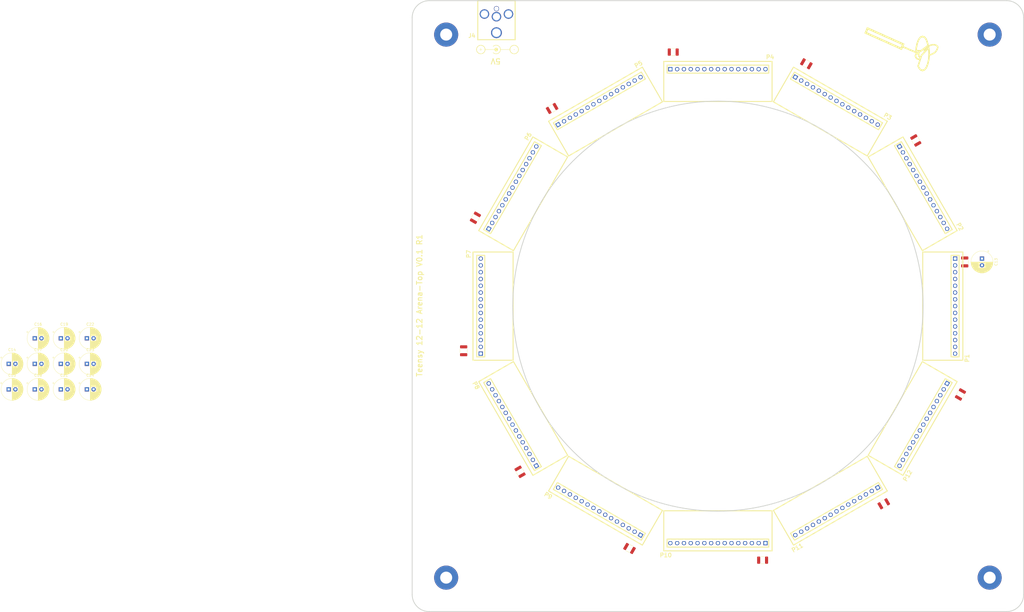
<source format=kicad_pcb>
(kicad_pcb (version 20240108) (generator "pcbnew") (generator_version "8.0")
  (layers (0 "F.Cu" signal) (1 "In1.Cu" power) (2 "In2.Cu" power) (3 "In3.Cu" power) (4 "In4.Cu" power) (31 "B.Cu" signal) (34 "B.Paste" user) (35 "F.Paste" user) (36 "B.SilkS" user "B.Silkscreen") (37 "F.SilkS" user "F.Silkscreen") (38 "B.Mask" user) (39 "F.Mask" user) (44 "Edge.Cuts" user))
  (net 0 "")
  (net 1 "+5V")
  (net 15 "GND")
  (footprint "Capacitor_THT:CP_Radial_D8.0mm_P2.50mm" (layer "F.Cu") (at -77.615396 189.8404)
    (property "Reference" "C16" (at 1.25 -5.25 0) (layer "F.SilkS"))
    (property "Value" "C_Polarized")
    (pad "1" thru_hole rect (at 0 0) (size 1.6 1.6) (drill 0.8) (layers "*.Cu" "*.Mask") (net 1 "+5V"))
    (pad "2" thru_hole circle (at 2.5 0) (size 1.6 1.6) (drill 0.8) (layers "*.Cu" "*.Mask") (net 15 "GND"))
  )
  (footprint "Capacitor_SMD:C_1210_3225Metric" (layer "F.Cu") (at 210.858729 87.1206 -30)
    (property "Reference" "C3" (hide yes))
    (property "Value" "100uF" (hide yes))
    (pad "1" smd roundrect (at -1.475 0 330) (size 1.15 2.7) (layers "F.Cu" "F.Paste" "F.Mask") (roundrect_rratio 0.217391) (net 1 "+5V"))
    (pad "2" smd roundrect (at 1.475 0 330) (size 1.15 2.7) (layers "F.Cu" "F.Paste" "F.Mask") (roundrect_rratio 0.217391) (net 15 "GND"))
  )
  (footprint "MountingHole:MountingHole_4.5mm_Pad" (layer "F.Cu") (at 76.2 76.2)
    (property "Reference" "H1" (hide yes))
    (property "Value" "MountingHole_Pad" (hide yes))
    (pad "1" thru_hole circle (at 0 0) (size 9 9) (drill 4.5) (layers "*.Cu" "*.Mask") (net 15 "GND"))
  )
  (footprint "arena_custom:DCJACK_2PIN_HIGHCURRENT" (layer "F.Cu") (at 95 63.5028)
    (property "Reference" "J4" (at -9.1988 13.1036 180) (layer "F.SilkS") (effects (font (size 1.524 1.524) (thickness 0.3048))))
    (property "Value" "Barrel_Jack" (hide yes))
    (pad "" thru_hole circle (at -4.4958 5.0038) (size 3.556 3.556) (drill 2.6924) (layers "*.Cu" "*.Mask"))
    (pad "" thru_hole circle (at 0 2.9972) (size 1.9304 1.9304) (drill 1.6002) (layers "*.Cu" "*.Mask"))
    (pad "" thru_hole circle (at 4.4958 5.0038) (size 3.556 3.556) (drill 2.6924) (layers "*.Cu" "*.Mask"))
    (pad "1" thru_hole circle (at 0 11.9888) (size 4.064 4.064) (drill 3.1496) (layers "*.Cu" "*.Mask") (net 1 "+5V"))
    (pad "2" thru_hole circle (at 0 5.9944) (size 3.556 3.556) (drill 2.6924) (layers "*.Cu" "*.Mask") (net 15 "GND"))
  )
  (footprint "arena_custom:HEADER_TOP" (layer "F.Cu") (at 177.799999 266.474028 180)
    (property "Reference" "P10" (at 19.5 -4.5 0) (layer "F.SilkS") (effects (font (size 1.524 1.524) (thickness 0.3048))))
    (property "Value" "CONN15" (hide yes))
    (pad "1" thru_hole rect (at -17.78 0 180) (size 1.6 1.6) (drill 1.016) (layers "*.Cu" "*.Mask"))
    (pad "2" thru_hole circle (at -15.24 0 180) (size 1.6 1.6) (drill 1.016) (layers "*.Cu" "*.Mask"))
    (pad "3" thru_hole circle (at -12.7 0 180) (size 1.6 1.6) (drill 1.016) (layers "*.Cu" "*.Mask"))
    (pad "4" thru_hole circle (at -10.16 0 180) (size 1.6 1.6) (drill 1.016) (layers "*.Cu" "*.Mask"))
    (pad "5" thru_hole circle (at -7.62 0 180) (size 1.6 1.6) (drill 1.016) (layers "*.Cu" "*.Mask"))
    (pad "6" thru_hole circle (at -5.08 0 180) (size 1.6 1.6) (drill 1.016) (layers "*.Cu" "*.Mask"))
    (pad "7" thru_hole circle (at -2.54 0 180) (size 1.6 1.6) (drill 1.016) (layers "*.Cu" "*.Mask"))
    (pad "8" thru_hole circle (at 0 0 180) (size 1.6 1.6) (drill 1.016) (layers "*.Cu" "*.Mask"))
    (pad "9" thru_hole circle (at 2.54 0 180) (size 1.6 1.6) (drill 1.016) (layers "*.Cu" "*.Mask"))
    (pad "10" thru_hole circle (at 5.08 0 180) (size 1.6 1.6) (drill 1.016) (layers "*.Cu" "*.Mask"))
    (pad "11" thru_hole circle (at 7.62 0 180) (size 1.6 1.6) (drill 1.016) (layers "*.Cu" "*.Mask"))
    (pad "12" thru_hole circle (at 10.16 0 180) (size 1.6 1.6) (drill 1.016) (layers "*.Cu" "*.Mask"))
    (pad "13" thru_hole circle (at 12.7 0 180) (size 1.6 1.6) (drill 1.016) (layers "*.Cu" "*.Mask"))
    (pad "14" thru_hole circle (at 15.24 0 180) (size 1.6 1.6) (drill 1.016) (layers "*.Cu" "*.Mask") (net 15 "GND"))
    (pad "15" thru_hole circle (at 17.78 0 180) (size 1.6 1.6) (drill 1.016) (layers "*.Cu" "*.Mask") (net 1 "+5V"))
  )
  (footprint "arena_custom:HEADER_TOP" (layer "F.Cu") (at 254.593961 222.137014 -120)
    (property "Reference" "P12" (at 19.5 -4.5 60) (layer "F.SilkS") (effects (font (size 1.524 1.524) (thickness 0.3048))))
    (property "Value" "CONN15" (hide yes))
    (pad "1" thru_hole rect (at -17.78 0 240) (size 1.6 1.6) (drill 1.016) (layers "*.Cu" "*.Mask"))
    (pad "2" thru_hole circle (at -15.24 0 240) (size 1.6 1.6) (drill 1.016) (layers "*.Cu" "*.Mask"))
    (pad "3" thru_hole circle (at -12.7 0 240) (size 1.6 1.6) (drill 1.016) (layers "*.Cu" "*.Mask"))
    (pad "4" thru_hole circle (at -10.16 0 240) (size 1.6 1.6) (drill 1.016) (layers "*.Cu" "*.Mask"))
    (pad "5" thru_hole circle (at -7.62 0 240) (size 1.6 1.6) (drill 1.016) (layers "*.Cu" "*.Mask"))
    (pad "6" thru_hole circle (at -5.08 0 240) (size 1.6 1.6) (drill 1.016) (layers "*.Cu" "*.Mask"))
    (pad "7" thru_hole circle (at -2.54 0 240) (size 1.6 1.6) (drill 1.016) (layers "*.Cu" "*.Mask"))
    (pad "8" thru_hole circle (at 0 0 240) (size 1.6 1.6) (drill 1.016) (layers "*.Cu" "*.Mask"))
    (pad "9" thru_hole circle (at 2.54 0 240) (size 1.6 1.6) (drill 1.016) (layers "*.Cu" "*.Mask"))
    (pad "10" thru_hole circle (at 5.08 0 240) (size 1.6 1.6) (drill 1.016) (layers "*.Cu" "*.Mask"))
    (pad "11" thru_hole circle (at 7.62 0 240) (size 1.6 1.6) (drill 1.016) (layers "*.Cu" "*.Mask"))
    (pad "12" thru_hole circle (at 10.16 0 240) (size 1.6 1.6) (drill 1.016) (layers "*.Cu" "*.Mask"))
    (pad "13" thru_hole circle (at 12.7 0 240) (size 1.6 1.6) (drill 1.016) (layers "*.Cu" "*.Mask"))
    (pad "14" thru_hole circle (at 15.24 0 240) (size 1.6 1.6) (drill 1.016) (layers "*.Cu" "*.Mask") (net 15 "GND"))
    (pad "15" thru_hole circle (at 17.78 0 240) (size 1.6 1.6) (drill 1.016) (layers "*.Cu" "*.Mask") (net 1 "+5V"))
  )
  (footprint "arena_custom:HEADER_TOP" (layer "F.Cu") (at 89.125971 177.8 90)
    (property "Reference" "P7" (at 19.5 -4.5 -90) (layer "F.SilkS") (effects (font (size 1.524 1.524) (thickness 0.3048))))
    (property "Value" "CONN15" (hide yes))
    (pad "1" thru_hole rect (at -17.78 0 90) (size 1.6 1.6) (drill 1.016) (layers "*.Cu" "*.Mask"))
    (pad "2" thru_hole circle (at -15.24 0 90) (size 1.6 1.6) (drill 1.016) (layers "*.Cu" "*.Mask"))
    (pad "3" thru_hole circle (at -12.7 0 90) (size 1.6 1.6) (drill 1.016) (layers "*.Cu" "*.Mask"))
    (pad "4" thru_hole circle (at -10.16 0 90) (size 1.6 1.6) (drill 1.016) (layers "*.Cu" "*.Mask"))
    (pad "5" thru_hole circle (at -7.62 0 90) (size 1.6 1.6) (drill 1.016) (layers "*.Cu" "*.Mask"))
    (pad "6" thru_hole circle (at -5.08 0 90) (size 1.6 1.6) (drill 1.016) (layers "*.Cu" "*.Mask"))
    (pad "7" thru_hole circle (at -2.54 0 90) (size 1.6 1.6) (drill 1.016) (layers "*.Cu" "*.Mask"))
    (pad "8" thru_hole circle (at 0 0 90) (size 1.6 1.6) (drill 1.016) (layers "*.Cu" "*.Mask"))
    (pad "9" thru_hole circle (at 2.54 0 90) (size 1.6 1.6) (drill 1.016) (layers "*.Cu" "*.Mask"))
    (pad "10" thru_hole circle (at 5.08 0 90) (size 1.6 1.6) (drill 1.016) (layers "*.Cu" "*.Mask"))
    (pad "11" thru_hole circle (at 7.62 0 90) (size 1.6 1.6) (drill 1.016) (layers "*.Cu" "*.Mask"))
    (pad "12" thru_hole circle (at 10.16 0 90) (size 1.6 1.6) (drill 1.016) (layers "*.Cu" "*.Mask"))
    (pad "13" thru_hole circle (at 12.7 0 90) (size 1.6 1.6) (drill 1.016) (layers "*.Cu" "*.Mask"))
    (pad "14" thru_hole circle (at 15.24 0 90) (size 1.6 1.6) (drill 1.016) (layers "*.Cu" "*.Mask") (net 15 "GND"))
    (pad "15" thru_hole circle (at 17.78 0 90) (size 1.6 1.6) (drill 1.016) (layers "*.Cu" "*.Mask") (net 1 "+5V"))
  )
  (footprint "Capacitor_THT:CP_Radial_D8.0mm_P2.50mm" (layer "F.Cu") (at -58.126 208.9404)
    (property "Reference" "C24" (at 1.25 -5.25 0) (layer "F.SilkS"))
    (property "Value" "C_Polarized")
    (pad "1" thru_hole rect (at 0 0) (size 1.6 1.6) (drill 0.8) (layers "*.Cu" "*.Mask") (net 1 "+5V"))
    (pad "2" thru_hole circle (at 2.5 0) (size 1.6 1.6) (drill 0.8) (layers "*.Cu" "*.Mask") (net 15 "GND"))
  )
  (footprint "Capacitor_SMD:C_1210_3225Metric" (layer "F.Cu") (at 161.09 82.739971)
    (property "Reference" "C4" (hide yes))
    (property "Value" "100uF" (hide yes))
    (pad "1" smd roundrect (at -1.475 0) (size 1.15 2.7) (layers "F.Cu" "F.Paste" "F.Mask") (roundrect_rratio 0.217391) (net 1 "+5V"))
    (pad "2" smd roundrect (at 1.475 0) (size 1.15 2.7) (layers "F.Cu" "F.Paste" "F.Mask") (roundrect_rratio 0.217391) (net 15 "GND"))
  )
  (footprint "Capacitor_SMD:C_1210_3225Metric" (layer "F.Cu") (at 268.479399 210.858729 -120)
    (property "Reference" "C12" (hide yes))
    (property "Value" "100uF" (hide yes))
    (pad "1" smd roundrect (at -1.475 0 240) (size 1.15 2.7) (layers "F.Cu" "F.Paste" "F.Mask") (roundrect_rratio 0.217391) (net 1 "+5V"))
    (pad "2" smd roundrect (at 1.475 0 240) (size 1.15 2.7) (layers "F.Cu" "F.Paste" "F.Mask") (roundrect_rratio 0.217391) (net 15 "GND"))
  )
  (footprint "Capacitor_THT:CP_Radial_D8.0mm_P2.50mm" (layer "F.Cu") (at -58.126 199.3904)
    (property "Reference" "C23" (at 1.25 -5.25 0) (layer "F.SilkS"))
    (property "Value" "C_Polarized")
    (pad "1" thru_hole rect (at 0 0) (size 1.6 1.6) (drill 0.8) (layers "*.Cu" "*.Mask") (net 1 "+5V"))
    (pad "2" thru_hole circle (at 2.5 0) (size 1.6 1.6) (drill 0.8) (layers "*.Cu" "*.Mask") (net 15 "GND"))
  )
  (footprint "Capacitor_SMD:C_1210_3225Metric" (layer "F.Cu") (at 103.8306 239.801298 120)
    (property "Reference" "C8" (hide yes))
    (property "Value" "100uF" (hide yes))
    (pad "1" smd roundrect (at -1.475 0 120) (size 1.15 2.7) (layers "F.Cu" "F.Paste" "F.Mask") (roundrect_rratio 0.217391) (net 1 "+5V"))
    (pad "2" smd roundrect (at 1.475 0 120) (size 1.15 2.7) (layers "F.Cu" "F.Paste" "F.Mask") (roundrect_rratio 0.217391) (net 15 "GND"))
  )
  (footprint "arena_custom:HEADER_TOP" (layer "F.Cu") (at 133.462985 254.593961 150)
    (property "Reference" "P9" (at 19.5 -4.5 -30) (layer "F.SilkS") (effects (font (size 1.524 1.524) (thickness 0.3048))))
    (property "Value" "CONN15" (hide yes))
    (pad "1" thru_hole rect (at -17.78 0 150) (size 1.6 1.6) (drill 1.016) (layers "*.Cu" "*.Mask"))
    (pad "2" thru_hole circle (at -15.24 0 150) (size 1.6 1.6) (drill 1.016) (layers "*.Cu" "*.Mask"))
    (pad "3" thru_hole circle (at -12.7 0 150) (size 1.6 1.6) (drill 1.016) (layers "*.Cu" "*.Mask"))
    (pad "4" thru_hole circle (at -10.16 0 150) (size 1.6 1.6) (drill 1.016) (layers "*.Cu" "*.Mask"))
    (pad "5" thru_hole circle (at -7.62 0 150) (size 1.6 1.6) (drill 1.016) (layers "*.Cu" "*.Mask"))
    (pad "6" thru_hole circle (at -5.08 0 150) (size 1.6 1.6) (drill 1.016) (layers "*.Cu" "*.Mask"))
    (pad "7" thru_hole circle (at -2.54 0 150) (size 1.6 1.6) (drill 1.016) (layers "*.Cu" "*.Mask"))
    (pad "8" thru_hole circle (at 0 0 150) (size 1.6 1.6) (drill 1.016) (layers "*.Cu" "*.Mask"))
    (pad "9" thru_hole circle (at 2.54 0 150) (size 1.6 1.6) (drill 1.016) (layers "*.Cu" "*.Mask"))
    (pad "10" thru_hole circle (at 5.08 0 150) (size 1.6 1.6) (drill 1.016) (layers "*.Cu" "*.Mask"))
    (pad "11" thru_hole circle (at 7.62 0 150) (size 1.6 1.6) (drill 1.016) (layers "*.Cu" "*.Mask"))
    (pad "12" thru_hole circle (at 10.16 0 150) (size 1.6 1.6) (drill 1.016) (layers "*.Cu" "*.Mask"))
    (pad "13" thru_hole circle (at 12.7 0 150) (size 1.6 1.6) (drill 1.016) (layers "*.Cu" "*.Mask"))
    (pad "14" thru_hole circle (at 15.24 0 150) (size 1.6 1.6) (drill 1.016) (layers "*.Cu" "*.Mask") (net 15 "GND"))
    (pad "15" thru_hole circle (at 17.78 0 150) (size 1.6 1.6) (drill 1.016) (layers "*.Cu" "*.Mask") (net 1 "+5V"))
  )
  (footprint "arena_custom:HEADER_TOP" (layer "F.Cu") (at 222.137014 254.593961 -150)
    (property "Reference" "P11" (at 19.5 -4.5 30) (layer "F.SilkS") (effects (font (size 1.524 1.524) (thickness 0.3048))))
    (property "Value" "CONN15" (hide yes))
    (pad "1" thru_hole rect (at -17.78 0 210) (size 1.6 1.6) (drill 1.016) (layers "*.Cu" "*.Mask"))
    (pad "2" thru_hole circle (at -15.24 0 210) (size 1.6 1.6) (drill 1.016) (layers "*.Cu" "*.Mask"))
    (pad "3" thru_hole circle (at -12.7 0 210) (size 1.6 1.6) (drill 1.016) (layers "*.Cu" "*.Mask"))
    (pad "4" thru_hole circle (at -10.16 0 210) (size 1.6 1.6) (drill 1.016) (layers "*.Cu" "*.Mask"))
    (pad "5" thru_hole circle (at -7.62 0 210) (size 1.6 1.6) (drill 1.016) (layers "*.Cu" "*.Mask"))
    (pad "6" thru_hole circle (at -5.08 0 210) (size 1.6 1.6) (drill 1.016) (layers "*.Cu" "*.Mask"))
    (pad "7" thru_hole circle (at -2.54 0 210) (size 1.6 1.6) (drill 1.016) (layers "*.Cu" "*.Mask"))
    (pad "8" thru_hole circle (at 0 0 210) (size 1.6 1.6) (drill 1.016) (layers "*.Cu" "*.Mask"))
    (pad "9" thru_hole circle (at 2.54 0 210) (size 1.6 1.6) (drill 1.016) (layers "*.Cu" "*.Mask"))
    (pad "10" thru_hole circle (at 5.08 0 210) (size 1.6 1.6) (drill 1.016) (layers "*.Cu" "*.Mask"))
    (pad "11" thru_hole circle (at 7.62 0 210) (size 1.6 1.6) (drill 1.016) (layers "*.Cu" "*.Mask"))
    (pad "12" thru_hole circle (at 10.16 0 210) (size 1.6 1.6) (drill 1.016) (layers "*.Cu" "*.Mask"))
    (pad "13" thru_hole circle (at 12.7 0 210) (size 1.6 1.6) (drill 1.016) (layers "*.Cu" "*.Mask"))
    (pad "14" thru_hole circle (at 15.24 0 210) (size 1.6 1.6) (drill 1.016) (layers "*.Cu" "*.Mask") (net 15 "GND"))
    (pad "15" thru_hole circle (at 17.78 0 210) (size 1.6 1.6) (drill 1.016) (layers "*.Cu" "*.Mask") (net 1 "+5V"))
  )
  (footprint "Capacitor_THT:CP_Radial_D8.0mm_P2.50mm" (layer "F.Cu") (at -67.870698 189.8404)
    (property "Reference" "C19" (at 1.25 -5.25 0) (layer "F.SilkS"))
    (property "Value" "C_Polarized")
    (pad "1" thru_hole rect (at 0 0) (size 1.6 1.6) (drill 0.8) (layers "*.Cu" "*.Mask") (net 1 "+5V"))
    (pad "2" thru_hole circle (at 2.5 0) (size 1.6 1.6) (drill 0.8) (layers "*.Cu" "*.Mask") (net 15 "GND"))
  )
  (footprint "Capacitor_THT:CP_Radial_D8.0mm_P2.50mm" (layer "F.Cu") (at -67.870698 208.9404)
    (property "Reference" "C21" (at 1.25 -5.25 0) (layer "F.SilkS"))
    (property "Value" "C_Polarized")
    (pad "1" thru_hole rect (at 0 0) (size 1.6 1.6) (drill 0.8) (layers "*.Cu" "*.Mask") (net 1 "+5V"))
    (pad "2" thru_hole circle (at 2.5 0) (size 1.6 1.6) (drill 0.8) (layers "*.Cu" "*.Mask") (net 15 "GND"))
  )
  (footprint "Capacitor_THT:CP_Radial_D8.0mm_P2.50mm" (layer "F.Cu") (at -58.126 189.8404)
    (property "Reference" "C22" (at 1.25 -5.25 0) (layer "F.SilkS"))
    (property "Value" "C_Polarized")
    (pad "1" thru_hole rect (at 0 0) (size 1.6 1.6) (drill 0.8) (layers "*.Cu" "*.Mask") (net 1 "+5V"))
    (pad "2" thru_hole circle (at 2.5 0) (size 1.6 1.6) (drill 0.8) (layers "*.Cu" "*.Mask") (net 15 "GND"))
  )
  (footprint "MountingHole:MountingHole_4.5mm_Pad" (layer "F.Cu") (at 279.4 279.4)
    (property "Reference" "H3" (hide yes))
    (property "Value" "MountingHole_Pad" (hide yes))
    (pad "1" thru_hole circle (at 0 0) (size 9 9) (drill 4.5) (layers "*.Cu" "*.Mask") (net 15 "GND"))
  )
  (footprint "MountingHole:MountingHole_4.5mm_Pad" (layer "F.Cu") (at 76.2 279.4)
    (property "Reference" "H4" (hide yes))
    (property "Value" "MountingHole_Pad" (hide yes))
    (pad "1" thru_hole circle (at 0 0) (size 9 9) (drill 4.5) (layers "*.Cu" "*.Mask") (net 15 "GND"))
  )
  (footprint "Capacitor_SMD:C_1210_3225Metric" (layer "F.Cu") (at 115.798701 103.8306 30)
    (property "Reference" "C5" (hide yes))
    (property "Value" "100uF" (hide yes))
    (pad "1" smd roundrect (at -1.475 0 30) (size 1.15 2.7) (layers "F.Cu" "F.Paste" "F.Mask") (roundrect_rratio 0.217391) (net 1 "+5V"))
    (pad "2" smd roundrect (at 1.475 0 30) (size 1.15 2.7) (layers "F.Cu" "F.Paste" "F.Mask") (roundrect_rratio 0.217391) (net 15 "GND"))
  )
  (footprint "arena_custom:HEADER_TOP" (layer "F.Cu") (at 133.462985 101.006038 30)
    (property "Reference" "P5" (at 19.5 -4.5 -150) (layer "F.SilkS") (effects (font (size 1.524 1.524) (thickness 0.3048))))
    (property "Value" "CONN15" (hide yes))
    (pad "1" thru_hole rect (at -17.78 0 30) (size 1.6 1.6) (drill 1.016) (layers "*.Cu" "*.Mask"))
    (pad "2" thru_hole circle (at -15.24 0 30) (size 1.6 1.6) (drill 1.016) (layers "*.Cu" "*.Mask"))
    (pad "3" thru_hole circle (at -12.7 0 30) (size 1.6 1.6) (drill 1.016) (layers "*.Cu" "*.Mask"))
    (pad "4" thru_hole circle (at -10.16 0 30) (size 1.6 1.6) (drill 1.016) (layers "*.Cu" "*.Mask"))
    (pad "5" thru_hole circle (at -7.62 0 30) (size 1.6 1.6) (drill 1.016) (layers "*.Cu" "*.Mask"))
    (pad "6" thru_hole circle (at -5.08 0 30) (size 1.6 1.6) (drill 1.016) (layers "*.Cu" "*.Mask"))
    (pad "7" thru_hole circle (at -2.54 0 30) (size 1.6 1.6) (drill 1.016) (layers "*.Cu" "*.Mask"))
    (pad "8" thru_hole circle (at 0 0 30) (size 1.6 1.6) (drill 1.016) (layers "*.Cu" "*.Mask"))
    (pad "9" thru_hole circle (at 2.54 0 30) (size 1.6 1.6) (drill 1.016) (layers "*.Cu" "*.Mask"))
    (pad "10" thru_hole circle (at 5.08 0 30) (size 1.6 1.6) (drill 1.016) (layers "*.Cu" "*.Mask"))
    (pad "11" thru_hole circle (at 7.62 0 30) (size 1.6 1.6) (drill 1.016) (layers "*.Cu" "*.Mask"))
    (pad "12" thru_hole circle (at 10.16 0 30) (size 1.6 1.6) (drill 1.016) (layers "*.Cu" "*.Mask"))
    (pad "13" thru_hole circle (at 12.7 0 30) (size 1.6 1.6) (drill 1.016) (layers "*.Cu" "*.Mask"))
    (pad "14" thru_hole circle (at 15.24 0 30) (size 1.6 1.6) (drill 1.016) (layers "*.Cu" "*.Mask") (net 15 "GND"))
    (pad "15" thru_hole circle (at 17.78 0 30) (size 1.6 1.6) (drill 1.016) (layers "*.Cu" "*.Mask") (net 1 "+5V"))
  )
  (footprint "Capacitor_SMD:C_1210_3225Metric" (layer "F.Cu") (at 239.801298 251.769399 -150)
    (property "Reference" "C11" (hide yes))
    (property "Value" "100uF" (hide yes))
    (pad "1" smd roundrect (at -1.475 0 210) (size 1.15 2.7) (layers "F.Cu" "F.Paste" "F.Mask") (roundrect_rratio 0.217391) (net 1 "+5V"))
    (pad "2" smd roundrect (at 1.475 0 210) (size 1.15 2.7) (layers "F.Cu" "F.Paste" "F.Mask") (roundrect_rratio 0.217391) (net 15 "GND"))
  )
  (footprint "arena_custom:HEADER_TOP" (layer "F.Cu") (at 177.8 89.125971)
    (property "Reference" "P4" (at 19.5 -4.5 180) (layer "F.SilkS") (effects (font (size 1.524 1.524) (thickness 0.3048))))
    (property "Value" "CONN15" (hide yes))
    (pad "1" thru_hole rect (at -17.78 0) (size 1.6 1.6) (drill 1.016) (layers "*.Cu" "*.Mask"))
    (pad "2" thru_hole circle (at -15.24 0) (size 1.6 1.6) (drill 1.016) (layers "*.Cu" "*.Mask"))
    (pad "3" thru_hole circle (at -12.7 0) (size 1.6 1.6) (drill 1.016) (layers "*.Cu" "*.Mask"))
    (pad "4" thru_hole circle (at -10.16 0) (size 1.6 1.6) (drill 1.016) (layers "*.Cu" "*.Mask"))
    (pad "5" thru_hole circle (at -7.62 0) (size 1.6 1.6) (drill 1.016) (layers "*.Cu" "*.Mask"))
    (pad "6" thru_hole circle (at -5.08 0) (size 1.6 1.6) (drill 1.016) (layers "*.Cu" "*.Mask"))
    (pad "7" thru_hole circle (at -2.54 0) (size 1.6 1.6) (drill 1.016) (layers "*.Cu" "*.Mask"))
    (pad "8" thru_hole circle (at 0 0) (size 1.6 1.6) (drill 1.016) (layers "*.Cu" "*.Mask"))
    (pad "9" thru_hole circle (at 2.54 0) (size 1.6 1.6) (drill 1.016) (layers "*.Cu" "*.Mask"))
    (pad "10" thru_hole circle (at 5.08 0) (size 1.6 1.6) (drill 1.016) (layers "*.Cu" "*.Mask"))
    (pad "11" thru_hole circle (at 7.62 0) (size 1.6 1.6) (drill 1.016) (layers "*.Cu" "*.Mask"))
    (pad "12" thru_hole circle (at 10.16 0) (size 1.6 1.6) (drill 1.016) (layers "*.Cu" "*.Mask"))
    (pad "13" thru_hole circle (at 12.7 0) (size 1.6 1.6) (drill 1.016) (layers "*.Cu" "*.Mask"))
    (pad "14" thru_hole circle (at 15.24 0) (size 1.6 1.6) (drill 1.016) (layers "*.Cu" "*.Mask") (net 15 "GND"))
    (pad "15" thru_hole circle (at 17.78 0) (size 1.6 1.6) (drill 1.016) (layers "*.Cu" "*.Mask") (net 1 "+5V"))
  )
  (footprint "Capacitor_SMD:C_1210_3225Metric" (layer "F.Cu") (at 270.0782 161.2628 -90)
    (property "Reference" "C1" (hide yes))
    (property "Value" "100uF" (hide yes))
    (pad "1" smd roundrect (at -1.475 0 270) (size 1.15 2.7) (layers "F.Cu" "F.Paste" "F.Mask") (roundrect_rratio 0.217391) (net 1 "+5V"))
    (pad "2" smd roundrect (at 1.475 0 270) (size 1.15 2.7) (layers "F.Cu" "F.Paste" "F.Mask") (roundrect_rratio 0.217391) (net 15 "GND"))
  )
  (footprint "Capacitor_SMD:C_1210_3225Metric" (layer "F.Cu") (at 251.769399 115.798701 -60)
    (property "Reference" "C2" (hide yes))
    (property "Value" "100uF" (hide yes))
    (pad "1" smd roundrect (at -1.475 0 300) (size 1.15 2.7) (layers "F.Cu" "F.Paste" "F.Mask") (roundrect_rratio 0.217391) (net 1 "+5V"))
    (pad "2" smd roundrect (at 1.475 0 300) (size 1.15 2.7) (layers "F.Cu" "F.Paste" "F.Mask") (roundrect_rratio 0.217391) (net 15 "GND"))
  )
  (footprint "arena_custom:HEADER_TOP" (layer "F.Cu") (at 266.474028 177.8 -90)
    (property "Reference" "P1" (at 19.5 -4.5 90) (layer "F.SilkS") (effects (font (size 1.524 1.524) (thickness 0.3048))))
    (property "Value" "CONN15" (hide yes))
    (pad "1" thru_hole rect (at -17.78 0 270) (size 1.6 1.6) (drill 1.016) (layers "*.Cu" "*.Mask"))
    (pad "2" thru_hole circle (at -15.24 0 270) (size 1.6 1.6) (drill 1.016) (layers "*.Cu" "*.Mask"))
    (pad "3" thru_hole circle (at -12.7 0 270) (size 1.6 1.6) (drill 1.016) (layers "*.Cu" "*.Mask"))
    (pad "4" thru_hole circle (at -10.16 0 270) (size 1.6 1.6) (drill 1.016) (layers "*.Cu" "*.Mask"))
    (pad "5" thru_hole circle (at -7.62 0 270) (size 1.6 1.6) (drill 1.016) (layers "*.Cu" "*.Mask"))
    (pad "6" thru_hole circle (at -5.08 0 270) (size 1.6 1.6) (drill 1.016) (layers "*.Cu" "*.Mask"))
    (pad "7" thru_hole circle (at -2.54 0 270) (size 1.6 1.6) (drill 1.016) (layers "*.Cu" "*.Mask"))
    (pad "8" thru_hole circle (at 0 0 270) (size 1.6 1.6) (drill 1.016) (layers "*.Cu" "*.Mask"))
    (pad "9" thru_hole circle (at 2.54 0 270) (size 1.6 1.6) (drill 1.016) (layers "*.Cu" "*.Mask"))
    (pad "10" thru_hole circle (at 5.08 0 270) (size 1.6 1.6) (drill 1.016) (layers "*.Cu" "*.Mask"))
    (pad "11" thru_hole circle (at 7.62 0 270) (size 1.6 1.6) (drill 1.016) (layers "*.Cu" "*.Mask"))
    (pad "12" thru_hole circle (at 10.16 0 270) (size 1.6 1.6) (drill 1.016) (layers "*.Cu" "*.Mask"))
    (pad "13" thru_hole circle (at 12.7 0 270) (size 1.6 1.6) (drill 1.016) (layers "*.Cu" "*.Mask"))
    (pad "14" thru_hole circle (at 15.24 0 270) (size 1.6 1.6) (drill 1.016) (layers "*.Cu" "*.Mask") (net 15 "GND"))
    (pad "15" thru_hole circle (at 17.78 0 270) (size 1.6 1.6) (drill 1.016) (layers "*.Cu" "*.Mask") (net 1 "+5V"))
  )
  (footprint "arena_custom:HEADER_TOP" (layer "F.Cu") (at 101.006038 133.462985 60)
    (property "Reference" "P6" (at 19.5 -4.5 -120) (layer "F.SilkS") (effects (font (size 1.524 1.524) (thickness 0.3048))))
    (property "Value" "CONN15" (hide yes))
    (pad "1" thru_hole rect (at -17.78 0 60) (size 1.6 1.6) (drill 1.016) (layers "*.Cu" "*.Mask"))
    (pad "2" thru_hole circle (at -15.24 0 60) (size 1.6 1.6) (drill 1.016) (layers "*.Cu" "*.Mask"))
    (pad "3" thru_hole circle (at -12.7 0 60) (size 1.6 1.6) (drill 1.016) (layers "*.Cu" "*.Mask"))
    (pad "4" thru_hole circle (at -10.16 0 60) (size 1.6 1.6) (drill 1.016) (layers "*.Cu" "*.Mask"))
    (pad "5" thru_hole circle (at -7.62 0 60) (size 1.6 1.6) (drill 1.016) (layers "*.Cu" "*.Mask"))
    (pad "6" thru_hole circle (at -5.08 0 60) (size 1.6 1.6) (drill 1.016) (layers "*.Cu" "*.Mask"))
    (pad "7" thru_hole circle (at -2.54 0 60) (size 1.6 1.6) (drill 1.016) (layers "*.Cu" "*.Mask"))
    (pad "8" thru_hole circle (at 0 0 60) (size 1.6 1.6) (drill 1.016) (layers "*.Cu" "*.Mask"))
    (pad "9" thru_hole circle (at 2.54 0 60) (size 1.6 1.6) (drill 1.016) (layers "*.Cu" "*.Mask"))
    (pad "10" thru_hole circle (at 5.08 0 60) (size 1.6 1.6) (drill 1.016) (layers "*.Cu" "*.Mask"))
    (pad "11" thru_hole circle (at 7.62 0 60) (size 1.6 1.6) (drill 1.016) (layers "*.Cu" "*.Mask"))
    (pad "12" thru_hole circle (at 10.16 0 60) (size 1.6 1.6) (drill 1.016) (layers "*.Cu" "*.Mask"))
    (pad "13" thru_hole circle (at 12.7 0 60) (size 1.6 1.6) (drill 1.016) (layers "*.Cu" "*.Mask"))
    (pad "14" thru_hole circle (at 15.24 0 60) (size 1.6 1.6) (drill 1.016) (layers "*.Cu" "*.Mask") (net 15 "GND"))
    (pad "15" thru_hole circle (at 17.78 0 60) (size 1.6 1.6) (drill 1.016) (layers "*.Cu" "*.Mask") (net 1 "+5V"))
  )
  (footprint "Capacitor_THT:CP_Radial_D8.0mm_P2.50mm" (layer "F.Cu") (at -87.360094 199.3904)
    (property "Reference" "C14" (at 1.25 -5.25 0) (layer "F.SilkS"))
    (property "Value" "C_Polarized")
    (pad "1" thru_hole rect (at 0 0) (size 1.6 1.6) (drill 0.8) (layers "*.Cu" "*.Mask") (net 1 "+5V"))
    (pad "2" thru_hole circle (at 2.5 0) (size 1.6 1.6) (drill 0.8) (layers "*.Cu" "*.Mask") (net 15 "GND"))
  )
  (footprint "arena_custom:HEADER_TOP" (layer "F.Cu") (at 101.006038 222.137014 120)
    (property "Reference" "P8" (at 19.5 -4.5 -60) (layer "F.SilkS") (effects (font (size 1.524 1.524) (thickness 0.3048))))
    (property "Value" "CONN15" (hide yes))
    (pad "1" thru_hole rect (at -17.78 0 120) (size 1.6 1.6) (drill 1.016) (layers "*.Cu" "*.Mask"))
    (pad "2" thru_hole circle (at -15.24 0 120) (size 1.6 1.6) (drill 1.016) (layers "*.Cu" "*.Mask"))
    (pad "3" thru_hole circle (at -12.7 0 120) (size 1.6 1.6) (drill 1.016) (layers "*.Cu" "*.Mask"))
    (pad "4" thru_hole circle (at -10.16 0 120) (size 1.6 1.6) (drill 1.016) (layers "*.Cu" "*.Mask"))
    (pad "5" thru_hole circle (at -7.62 0 120) (size 1.6 1.6) (drill 1.016) (layers "*.Cu" "*.Mask"))
    (pad "6" thru_hole circle (at -5.08 0 120) (size 1.6 1.6) (drill 1.016) (layers "*.Cu" "*.Mask"))
    (pad "7" thru_hole circle (at -2.54 0 120) (size 1.6 1.6) (drill 1.016) (layers "*.Cu" "*.Mask"))
    (pad "8" thru_hole circle (at 0 0 120) (size 1.6 1.6) (drill 1.016) (layers "*.Cu" "*.Mask"))
    (pad "9" thru_hole circle (at 2.54 0 120) (size 1.6 1.6) (drill 1.016) (layers "*.Cu" "*.Mask"))
    (pad "10" thru_hole circle (at 5.08 0 120) (size 1.6 1.6) (drill 1.016) (layers "*.Cu" "*.Mask"))
    (pad "11" thru_hole circle (at 7.62 0 120) (size 1.6 1.6) (drill 1.016) (layers "*.Cu" "*.Mask"))
    (pad "12" thru_hole circle (at 10.16 0 120) (size 1.6 1.6) (drill 1.016) (layers "*.Cu" "*.Mask"))
    (pad "13" thru_hole circle (at 12.7 0 120) (size 1.6 1.6) (drill 1.016) (layers "*.Cu" "*.Mask"))
    (pad "14" thru_hole circle (at 15.24 0 120) (size 1.6 1.6) (drill 1.016) (layers "*.Cu" "*.Mask") (net 15 "GND"))
    (pad "15" thru_hole circle (at 17.78 0 120) (size 1.6 1.6) (drill 1.016) (layers "*.Cu" "*.Mask") (net 1 "+5V"))
  )
  (footprint "MountingHole:MountingHole_4.5mm_Pad" (layer "F.Cu") (at 279.4 76.2)
    (property "Reference" "H2" (hide yes))
    (property "Value" "MountingHole_Pad" (hide yes))
    (pad "1" thru_hole circle (at 0 0) (size 9 9) (drill 4.5) (layers "*.Cu" "*.Mask") (net 15 "GND"))
  )
  (footprint "Capacitor_THT:CP_Radial_D8.0mm_P2.50mm" (layer "F.Cu") (at -77.615396 208.9404)
    (property "Reference" "C18" (at 1.25 -5.25 0) (layer "F.SilkS"))
    (property "Value" "C_Polarized")
    (pad "1" thru_hole rect (at 0 0) (size 1.6 1.6) (drill 0.8) (layers "*.Cu" "*.Mask") (net 1 "+5V"))
    (pad "2" thru_hole circle (at 2.5 0) (size 1.6 1.6) (drill 0.8) (layers "*.Cu" "*.Mask") (net 15 "GND"))
  )
  (footprint "Capacitor_THT:CP_Radial_D8.0mm_P2.50mm" (layer "F.Cu") (at -77.615396 199.3904)
    (property "Reference" "C17" (at 1.25 -5.25 0) (layer "F.SilkS"))
    (property "Value" "C_Polarized")
    (pad "1" thru_hole rect (at 0 0) (size 1.6 1.6) (drill 0.8) (layers "*.Cu" "*.Mask") (net 1 "+5V"))
    (pad "2" thru_hole circle (at 2.5 0) (size 1.6 1.6) (drill 0.8) (layers "*.Cu" "*.Mask") (net 15 "GND"))
  )
  (footprint "Capacitor_THT:CP_Radial_D8.0mm_P2.50mm" (layer "F.Cu") (at -67.870698 199.3904)
    (property "Reference" "C20" (at 1.25 -5.25 0) (layer "F.SilkS"))
    (property "Value" "C_Polarized")
    (pad "1" thru_hole rect (at 0 0) (size 1.6 1.6) (drill 0.8) (layers "*.Cu" "*.Mask") (net 1 "+5V"))
    (pad "2" thru_hole circle (at 2.5 0) (size 1.6 1.6) (drill 0.8) (layers "*.Cu" "*.Mask") (net 15 "GND"))
  )
  (footprint "Capacitor_SMD:C_1210_3225Metric" (layer "F.Cu") (at 87.1206 144.74127 60)
    (property "Reference" "C6" (hide yes))
    (property "Value" "100uF" (hide yes))
    (pad "1" smd roundrect (at -1.475 0 60) (size 1.15 2.7) (layers "F.Cu" "F.Paste" "F.Mask") (roundrect_rratio 0.217391) (net 1 "+5V"))
    (pad "2" smd roundrect (at 1.475 0 60) (size 1.15 2.7) (layers "F.Cu" "F.Paste" "F.Mask") (roundrect_rratio 0.217391) (net 15 "GND"))
  )
  (footprint "arena_custom:HEADER_TOP" (layer "F.Cu") (at 254.593961 133.462985 -60)
    (property "Reference" "P2" (at 19.5 -4.5 120) (layer "F.SilkS") (effects (font (size 1.524 1.524) (thickness 0.3048))))
    (property "Value" "CONN15" (hide yes))
    (pad "1" thru_hole rect (at -17.78 0 300) (size 1.6 1.6) (drill 1.016) (layers "*.Cu" "*.Mask"))
    (pad "2" thru_hole circle (at -15.24 0 300) (size 1.6 1.6) (drill 1.016) (layers "*.Cu" "*.Mask"))
    (pad "3" thru_hole circle (at -12.7 0 300) (size 1.6 1.6) (drill 1.016) (layers "*.Cu" "*.Mask"))
    (pad "4" thru_hole circle (at -10.16 0 300) (size 1.6 1.6) (drill 1.016) (layers "*.Cu" "*.Mask"))
    (pad "5" thru_hole circle (at -7.62 0 300) (size 1.6 1.6) (drill 1.016) (layers "*.Cu" "*.Mask"))
    (pad "6" thru_hole circle (at -5.08 0 300) (size 1.6 1.6) (drill 1.016) (layers "*.Cu" "*.Mask"))
    (pad "7" thru_hole circle (at -2.54 0 300) (size 1.6 1.6) (drill 1.016) (layers "*.Cu" "*.Mask"))
    (pad "8" thru_hole circle (at 0 0 300) (size 1.6 1.6) (drill 1.016) (layers "*.Cu" "*.Mask"))
    (pad "9" thru_hole circle (at 2.54 0 300) (size 1.6 1.6) (drill 1.016) (layers "*.Cu" "*.Mask"))
    (pad "10" thru_hole circle (at 5.08 0 300) (size 1.6 1.6) (drill 1.016) (layers "*.Cu" "*.Mask"))
    (pad "11" thru_hole circle (at 7.62 0 300) (size 1.6 1.6) (drill 1.016) (layers "*.Cu" "*.Mask"))
    (pad "12" thru_hole circle (at 10.16 0 300) (size 1.6 1.6) (drill 1.016) (layers "*.Cu" "*.Mask"))
    (pad "13" thru_hole circle (at 12.7 0 300) (size 1.6 1.6) (drill 1.016) (layers "*.Cu" "*.Mask"))
    (pad "14" thru_hole circle (at 15.24 0 300) (size 1.6 1.6) (drill 1.016) (layers "*.Cu" "*.Mask") (net 15 "GND"))
    (pad "15" thru_hole circle (at 17.78 0 300) (size 1.6 1.6) (drill 1.016) (layers "*.Cu" "*.Mask") (net 1 "+5V"))
  )
  (footprint "Capacitor_SMD:C_1210_3225Metric" (layer "F.Cu") (at 194.51 272.860028 180)
    (property "Reference" "C10" (hide yes))
    (property "Value" "100uF" (hide yes))
    (pad "1" smd roundrect (at -1.475 0 180) (size 1.15 2.7) (layers "F.Cu" "F.Paste" "F.Mask") (roundrect_rratio 0.217391) (net 1 "+5V"))
    (pad "2" smd roundrect (at 1.475 0 180) (size 1.15 2.7) (layers "F.Cu" "F.Paste" "F.Mask") (roundrect_rratio 0.217391) (net 15 "GND"))
  )
  (footprint "Capacitor_SMD:C_1210_3225Metric" (layer "F.Cu") (at 144.74127 268.479399 150)
    (property "Reference" "C9" (hide yes))
    (property "Value" "100uF" (hide yes))
    (pad "1" smd roundrect (at -1.475 0 150) (size 1.15 2.7) (layers "F.Cu" "F.Paste" "F.Mask") (roundrect_rratio 0.217391) (net 1 "+5V"))
    (pad "2" smd roundrect (at 1.475 0 150) (size 1.15 2.7) (layers "F.Cu" "F.Paste" "F.Mask") (roundrect_rratio 0.217391) (net 15 "GND"))
  )
  (footprint "Capacitor_SMD:C_1210_3225Metric" (layer "F.Cu") (at 82.739971 194.51 90)
    (property "Reference" "C7" (hide yes))
    (property "Value" "100uF" (hide yes))
    (pad "1" smd roundrect (at -1.475 0 90) (size 1.15 2.7) (layers "F.Cu" "F.Paste" "F.Mask") (roundrect_rratio 0.217391) (net 1 "+5V"))
    (pad "2" smd roundrect (at 1.475 0 90) (size 1.15 2.7) (layers "F.Cu" "F.Paste" "F.Mask") (roundrect_rratio 0.217391) (net 15 "GND"))
  )
  (footprint "arena_custom:HEADER_TOP" (layer "F.Cu") (at 222.137014 101.006038 -30)
    (property "Reference" "P3" (at 19.5 -4.5 150) (layer "F.SilkS") (effects (font (size 1.524 1.524) (thickness 0.3048))))
    (property "Value" "CONN15" (hide yes))
    (pad "1" thru_hole rect (at -17.78 0 330) (size 1.6 1.6) (drill 1.016) (layers "*.Cu" "*.Mask"))
    (pad "2" thru_hole circle (at -15.24 0 330) (size 1.6 1.6) (drill 1.016) (layers "*.Cu" "*.Mask"))
    (pad "3" thru_hole circle (at -12.7 0 330) (size 1.6 1.6) (drill 1.016) (layers "*.Cu" "*.Mask"))
    (pad "4" thru_hole circle (at -10.16 0 330) (size 1.6 1.6) (drill 1.016) (layers "*.Cu" "*.Mask"))
    (pad "5" thru_hole circle (at -7.62 0 330) (size 1.6 1.6) (drill 1.016) (layers "*.Cu" "*.Mask"))
    (pad "6" thru_hole circle (at -5.08 0 330) (size 1.6 1.6) (drill 1.016) (layers "*.Cu" "*.Mask"))
    (pad "7" thru_hole circle (at -2.54 0 330) (size 1.6 1.6) (drill 1.016) (layers "*.Cu" "*.Mask"))
    (pad "8" thru_hole circle (at 0 0 330) (size 1.6 1.6) (drill 1.016) (layers "*.Cu" "*.Mask"))
    (pad "9" thru_hole circle (at 2.54 0 330) (size 1.6 1.6) (drill 1.016) (layers "*.Cu" "*.Mask"))
    (pad "10" thru_hole circle (at 5.08 0 330) (size 1.6 1.6) (drill 1.016) (layers "*.Cu" "*.Mask"))
    (pad "11" thru_hole circle (at 7.62 0 330) (size 1.6 1.6) (drill 1.016) (layers "*.Cu" "*.Mask"))
    (pad "12" thru_hole circle (at 10.16 0 330) (size 1.6 1.6) (drill 1.016) (layers "*.Cu" "*.Mask"))
    (pad "13" thru_hole circle (at 12.7 0 330) (size 1.6 1.6) (drill 1.016) (layers "*.Cu" "*.Mask"))
    (pad "14" thru_hole circle (at 15.24 0 330) (size 1.6 1.6) (drill 1.016) (layers "*.Cu" "*.Mask") (net 15 "GND"))
    (pad "15" thru_hole circle (at 17.78 0 330) (size 1.6 1.6) (drill 1.016) (layers "*.Cu" "*.Mask") (net 1 "+5V"))
  )
  (footprint "Capacitor_THT:CP_Radial_D8.0mm_P2.50mm" (layer "F.Cu") (at -87.360094 208.9404)
    (property "Reference" "C15" (at 1.25 -5.25 0) (layer "F.SilkS"))
    (property "Value" "C_Polarized")
    (pad "1" thru_hole rect (at 0 0) (size 1.6 1.6) (drill 0.8) (layers "*.Cu" "*.Mask") (net 1 "+5V"))
    (pad "2" thru_hole circle (at 2.5 0) (size 1.6 1.6) (drill 0.8) (layers "*.Cu" "*.Mask") (net 15 "GND"))
  )
  (footprint "Capacitor_THT:CP_Radial_D8.0mm_P2.50mm" (layer "F.Cu") (at 276.5298 160.02 -90)
    (property "Reference" "C13" (at 1.25 -5.25 90) (layer "F.SilkS"))
    (property "Value" "C_Polarized" (hide yes))
    (pad "1" thru_hole rect (at 0 0 270) (size 1.6 1.6) (drill 0.8) (layers "*.Cu" "*.Mask") (net 1 "+5V"))
    (pad "2" thru_hole circle (at 2.5 0 270) (size 1.6 1.6) (drill 0.8) (layers "*.Cu" "*.Mask") (net 15 "GND"))
  )
  (gr_line (start 256.199044 87.297682) (end 256.271976 87.058327) (stroke (width 0.514144)) (layer "F.SilkS"))
  (gr_line (start 253.328128 89.085184) (end 253.428895 89.190784) (stroke (width 0.514144)) (layer "F.SilkS"))
  (gr_line (start 253.398643 85.370906) (end 253.047927 85.47159) (stroke (width 0.514144)) (layer "F.SilkS"))
  (gr_line (start 95.842562 83.086632) (end 95.776476 83.132692) (stroke (width 0.15487)) (layer "F.SilkS"))
  (gr_line (start 87.581538 81.465651) (end 87.599381 81.388344) (stroke (width 0.179621)) (layer "F.SilkS"))
  (gr_line (start 87.866524 82.743765) (end 87.821974 82.681116) (stroke (width 0.179621)) (layer "F.SilkS"))
  (gr_line (start 256.682667 84.850824) (end 256.710096 84.544275) (stroke (width 0.514144)) (layer "F.SilkS"))
  (gr_line (start 252.01772 82.16411) (end 251.877536 82.16992) (stroke (width 0.514144)) (layer "F.SilkS"))
  (gr_line (start 252.053344 83.360095) (end 252.337198 83.279574) (stroke (width 0.514144)) (layer "F.SilkS"))
  (gr_line (start 252.648282 87.995452) (end 252.864904 88.424901) (stroke (width 0.514144)) (layer "F.SilkS"))
  (gr_line (start 255.368341 88.978587) (end 255.474286 88.838667) (stroke (width 0.514144)) (layer "F.SilkS"))
  (gr_line (start 103.135742 81.238271) (end 103.160864 81.312517) (stroke (width 0.179621)) (layer "F.SilkS"))
  (gr_line (start 100.806211 80.421118) (end 100.873127 80.382643) (stroke (width 0.179621)) (layer "F.SilkS"))
  (gr_line (start 253.852396 89.497068) (end 253.962792 89.543132) (stroke (width 0.514144)) (layer "F.SilkS"))
  (gr_line (start 253.107055 88.828682) (end 253.329101 89.139146) (stroke (width 0.514144)) (layer "F.SilkS"))
  (gr_line (start 90.726494 82.031034) (end 90.712442 82.109723) (stroke (width 0.179621)) (layer "F.SilkS"))
  (gr_line (start 95.708673 80.400338) (end 95.776476 80.442713) (stroke (width 0.15487)) (layer "F.SilkS"))
  (gr_line (start 253.599513 89.404428) (end 253.881595 89.536188) (stroke (width 0.514144)) (layer "F.SilkS"))
  (gr_line (start 102.817594 82.862096) (end 102.764685 82.917592) (stroke (width 0.179621)) (layer "F.SilkS"))
  (gr_line (start 103.001368 82.616268) (end 102.959805 82.681101) (stroke (width 0.179621)) (layer "F.SilkS"))
  (gr_line (start 95.121607 80.19399) (end 95.197995 80.206887) (stroke (width 0.15487)) (layer "F.SilkS"))
  (gr_line (start 255.525857 82.231349) (end 253.909263 83.976567) (stroke (width 0.514144)) (layer "F.SilkS"))
  (gr_line (start 100.401759 82.804129) (end 100.354322 82.743765) (stroke (width 0.179621)) (layer "F.SilkS"))
  (gr_line (start 252.552095 78.774228) (end 252.838191 78.144863) (stroke (width 0.514144)) (layer "F.SilkS"))
  (gr_line (start 251.969289 84.954351) (end 251.774238 84.647473) (stroke (width 0.514144)) (layer "F.SilkS"))
  (gr_line (start 253.435013 77.325878) (end 253.641567 77.156405) (stroke (width 0.514144)) (layer "F.SilkS"))
  (gr_line (start 90.742826 81.869915) (end 90.736656 81.951064) (stroke (width 0.179621)) (layer "F.SilkS"))
  (gr_line (start 259.176866 80.098993) (end 259.525148 80.289985) (stroke (width 0.514144)) (layer "F.SilkS"))
  (gr_line (start 102.528198 83.112714) (end 102.463365 83.154278) (stroke (width 0.179621)) (layer "F.SilkS"))
  (gr_line (start 88.903643 83.367207) (end 88.824955 83.353155) (stroke (width 0.179621)) (layer "F.SilkS"))
  (gr_line (start 252.166875 85.147003) (end 251.969289 84.954351) (stroke (width 0.514144)) (layer "F.SilkS"))
  (gr_line (start 252.693095 88.053999) (end 252.775458 88.230525) (stroke (width 0.514144)) (layer "F.SilkS"))
  (gr_line (start 90.329796 80.713291) (end 90.380019 80.77127) (stroke (width 0.179621)) (layer "F.SilkS"))
  (gr_line (start 251.774238 84.647473) (end 251.684112 84.419114) (stroke (width 0.514144)) (layer "F.SilkS"))
  (gr_line (start 88.385329 80.382643) (end 88.454228 80.347355) (stroke (width 0.179621)) (layer "F.SilkS"))
  (gr_line (start 90.744906 81.787686) (end 90.742826 81.869915) (stroke (width 0.179621)) (layer "F.SilkS"))
  (gr_line (start 87.567486 81.54434) (end 87.581538 81.465651) (stroke (width 0.179621)) (layer "F.SilkS"))
  (gr_line (start 255.06343 89.325641) (end 255.481002 88.89717) (stroke (width 0.514144)) (layer "F.SilkS"))
  (gr_line (start 88.318413 83.154286) (end 88.253581 83.112723) (stroke (width 0.179621)) (layer "F.SilkS"))
  (gr_line (start 101.471411 80.198036) (end 101.55256 80.191866) (stroke (width 0.179621)) (layer "F.SilkS"))
  (gr_line (start 100.194444 81.094927) (end 100.229732 81.026029) (stroke (width 0.179621)) (layer "F.SilkS"))
  (gr_line (start 96.086199 82.86627) (end 96.029086 82.926344) (stroke (width 0.15487)) (layer "F.SilkS"))
  (gr_line (start 255.036411 82.539878) (end 255.042022 82.457412) (stroke (width 0.514144)) (layer "F.SilkS"))
  (gr_line (start 89.839752 80.347355) (end 89.908651 80.382643) (stroke (width 0.179621)) (layer "F.SilkS"))
  (gr_line (start 255.276137 77.430101) (end 255.346218 77.514994) (stroke (width 0.514144)) (layer "F.SilkS"))
  (gr_line (start 88.824955 80.22225) (end 88.903643 80.208198) (stroke (width 0.179621)) (layer "F.SilkS"))
  (gr_line (start 253.521335 77.222379) (end 253.965722 76.96148) (stroke (width 0.514144)) (layer "F.SilkS"))
  (gr_line (start 100.560386 80.604889) (end 100.618366 80.554666) (stroke (width 0.179621)) (layer "F.SilkS"))
  (gr_line (start 256.875322 83.833962) (end 256.742183 83.87768) (stroke (width 0.514144)) (layer "F.SilkS"))
  (gr_line (start 254.654616 76.988025) (end 254.738231 77.019672) (stroke (width 0.514144)) (layer "F.SilkS"))
  (gr_line (start 87.674647 82.409683) (end 87.646036 82.337118) (stroke (width 0.179621)) (layer "F.SilkS"))
  (gr_line (start 95.423153 83.30772) (end 95.348911 83.331671) (stroke (width 0.15487)) (layer "F.SilkS"))
  (gr_line (start 100.055284 82.031041) (end 100.045122 81.95107) (stroke (width 0.179621)) (layer "F.SilkS"))
  (gr_line (start 90.647944 81.238271) (end 90.673066 81.312517) (stroke (width 0.179621)) (layer "F.SilkS"))
  (gr_line (start 101.717017 80.191866) (end 101.798166 80.198036) (stroke (width 0.179621)) (layer "F.SilkS"))
  (gr_line (start 102.915254 82.743751) (end 102.867817 82.804116) (stroke (width 0.179621)) (layer "F.SilkS"))
  (gr_line (start 254.131302 89.588144) (end 254.188191 89.596579) (stroke (width 0.514144)) (layer "F.SilkS"))
  (gr_line (start 96.49336 81.633352) (end 96.498887 81.710456) (stroke (width 0.15487)) (layer "F.SilkS"))
  (gr_line (start 90.51357 80.959113) (end 90.552046 81.026029) (stroke (width 0.179621)) (layer "F.SilkS"))
  (gr_line (start 96.498887 81.710456) (end 96.50073 81.787703) (stroke (width 0.15487)) (layer "F.SilkS"))
  (gr_line (start 259.542541 82.121242) (end 259.303428 82.48594) (stroke (width 0.514144)) (layer "F.SilkS"))
  (gr_line (start 255.432428 81.506674) (end 255.645993 81.235336) (stroke (width 0.514144)) (layer "F.SilkS"))
  (gr_line (start 94.242676 81.787686) (end 90.817917 81.787686) (stroke (width 0.168772)) (layer "F.SilkS"))
  (gr_line (start 102.463365 83.154278) (end 102.396449 83.192755) (stroke (width 0.179621)) (layer "F.SilkS"))
  (gr_line (start 253.135036 82.646298) (end 253.29269 82.463024) (stroke (width 0.514144)) (layer "F.SilkS"))
  (gr_line (start 251.858224 83.534084) (end 252.053344 83.360095) (stroke (width 0.514144)) (layer "F.SilkS"))
  (gr_line (start 103.107131 82.40967) (end 103.075132 82.480452) (stroke (width 0.179621)) (layer "F.SilkS"))
  (gr_line (start 89.064762 83.383539) (end 88.983613 83.377369) (stroke (width 0.179621)) (layer "F.SilkS"))
  (gr_line (start 90.736656 81.951064) (end 90.726494 82.031034) (stroke (width 0.179621)) (layer "F.SilkS"))
  (gr_line (start 90.587334 81.094927) (end 90.619333 81.165708) (stroke (width 0.179621)) (layer "F.SilkS"))
  (gr_line (start 102.256769 80.315356) (end 102.32755 80.347355) (stroke (width 0.179621)) (layer "F.SilkS"))
  (gr_line (start 255.220933 77.362302) (end 255.627103 77.91908) (stroke (width 0.514144)) (layer "F.SilkS"))
  (gr_line (start 259.525148 80.289985) (end 259.78989 80.507871) (stroke (width 0.514144)) (layer "F.SilkS"))
  (gr_line (start 246.348282 81.480219) (end 233.048664 75.525588) (stroke (width 0.514144)) (layer "F.SilkS"))
  (gr_line (start 94.736089 83.390627) (end 94.659272 83.381415) (stroke (width 0.15487)) (layer "F.SilkS"))
  (gr_line (start 95.044789 80.184778) (end 95.121607 80.19399) (stroke (width 0.15487)) (layer "F.SilkS"))
  (gr_line (start 246.463759 81.532354) (end 247.222944 79.751814) (stroke (width 0.514144)) (layer "F.SilkS"))
  (gr_line (start 254.303207 76.931315) (end 254.393603 76.93489) (stroke (width 0.514144)) (layer "F.SilkS"))
  (gr_line (start 256.040481 87.747626) (end 256.121828 87.527581) (stroke (width 0.514144)) (layer "F.SilkS"))
  (gr_line (start 100.133834 82.337118) (end 100.108712 82.262871) (stroke (width 0.179621)) (layer "F.SilkS"))
  (gr_line (start 253.881595 89.536188) (end 254.324682 89.610855) (stroke (width 0.514144)) (layer "F.SilkS"))
  (gr_line (start 96.351499 81.109652) (end 96.382819 81.181747) (stroke (width 0.15487)) (layer "F.SilkS"))
  (gr_line (start 96.498887 81.86495) (end 96.49336 81.942054) (stroke (width 0.15487)) (layer "F.SilkS"))
  (gr_line (start 257.844701 80.028055) (end 258.211627 79.972669) (stroke (width 0.514144)) (layer "F.SilkS"))
  (gr_line (start 96.189371 80.835581) (end 96.23543 80.901666) (stroke (width 0.15487)) (layer "F.SilkS"))
  (gr_line (start 96.484148 82.018871) (end 96.471252 82.09526) (stroke (width 0.15487)) (layer "F.SilkS"))
  (gr_line (start 90.742826 81.705458) (end 90.744906 81.787686) (stroke (width 0.179621)) (layer "F.SilkS"))
  (gr_line (start 258.842153 80.017626) (end 259.176866 80.098993) (stroke (width 0.514144)) (layer "F.SilkS"))
  (gr_line (start 253.29269 82.463024) (end 253.412685 82.343878) (stroke (width 0.514144)) (layer "F.SilkS"))
  (gr_line (start 256.455241 80.603086) (end 256.647542 80.491892) (stroke (width 0.514144)) (layer "F.SilkS"))
  (gr_line (start 259.950052 81.16405) (end 259.836255 81.519547) (stroke (width 0.514144)) (layer "F.SilkS"))
  (gr_line (start 255.147913 89.218914) (end 255.259498 89.105469) (stroke (width 0.514144)) (layer "F.SilkS"))
  (gr_line (start 96.454671 81.40433) (end 96.471252 81.480146) (stroke (width 0.15487)) (layer "F.SilkS"))
  (gr_line (start 88.017093 80.657797) (end 88.072588 80.604889) (stroke (width 0.179621)) (layer "F.SilkS"))
  (gr_line (start 253.965362 76.988768) (end 254.076566 76.957025) (stroke (width 0.514144)) (layer "F.SilkS"))
  (gr_line (start 259.78989 80.507871) (end 259.966569 80.689146) (stroke (width 0.514144)) (layer "F.SilkS"))
  (gr_line (start 88.597573 83.288659) (end 88.52501 83.260048) (stroke (width 0.179621)) (layer "F.SilkS"))
  (gr_line (start 103.135742 82.337105) (end 103.107131 82.40967) (stroke (width 0.179621)) (layer "F.SilkS"))
  (gr_line (start 103.200239 82.109723) (end 103.182397 82.187031) (stroke (width 0.179621)) (layer "F.SilkS"))
  (gr_line (start 89.064762 80.191866) (end 89.14699 80.189787) (stroke (width 0.179621)) (layer "F.SilkS"))
  (gr_line (start 256.678724 81.644514) (end 256.650167 81.387806) (stroke (width 0.514144)) (layer "F.SilkS"))
  (gr_line (start 254.482303 76.945573) (end 254.569307 76.963305) (stroke (width 0.514144)) (layer "F.SilkS"))
  (gr_line (start 87.706646 81.094927) (end 87.741934 81.026029) (stroke (width 0.179621)) (layer "F.SilkS"))
  (gr_line (start 96.029086 80.649061) (end 96.086199 80.709136) (stroke (width 0.15487)) (layer "F.SilkS"))
  (gr_line (start 94.072206 83.175067) (end 94.004403 83.132692) (stroke (width 0.15487)) (layer "F.SilkS"))
  (gr_line (start 94.431968 83.331671) (end 94.357726 83.30772) (stroke (width 0.15487)) (layer "F.SilkS"))
  (gr_line (start 102.034132 83.335311) (end 101.956824 83.353154) (stroke (width 0.179621)) (layer "F.SilkS"))
  (gr_line (start 251.877536 82.16992) (end 251.922517 81.614249) (stroke (width 0.514144)) (layer "F.SilkS"))
  (gr_line (start 233.757241 73.863743) (end 247.056859 79.818372) (stroke (width 0.514144)) (layer "F.SilkS"))
  (gr_line (start 100.504891 80.657797) (end 100.560386 80.604889) (stroke (width 0.179621)) (layer "F.SilkS"))
  (gr_line (start 95.776476 80.442713) (end 95.842562 80.488773) (stroke (width 0.15487)) (layer "F.SilkS"))
  (gr_line (start 255.866011 88.156561) (end 255.955157 87.957419) (stroke (width 0.514144)) (layer "F.SilkS"))
  (gr_line (start 94.659272 80.19399) (end 94.736089 80.184778) (stroke (width 0.15487)) (layer "F.SilkS"))
  (gr_line (start 254.302959 89.603371) (end 254.429429 89.595126) (stroke (width 0.514144)) (layer "F.SilkS"))
  (gr_line (start 101.956824 80.22225) (end 102.034132 80.240092) (stroke (width 0.179621)) (layer "F.SilkS"))
  (gr_line (start 255.671304 78.034008) (end 255.731261 78.156298) (stroke (width 0.514144)) (layer "F.SilkS"))
  (gr_line (start 88.318413 80.421118) (end 88.385329 80.382643) (stroke (width 0.179621)) (layer "F.SilkS"))
  (gr_line (start 94.659272 83.381415) (end 94.582884 83.368518) (stroke (width 0.15487)) (layer "F.SilkS"))
  (gr_line (start 256.005789 78.856859) (end 256.103824 79.177541) (stroke (width 0.514144)) (layer "F.SilkS"))
  (gr_line (start 257.779754 83.532072) (end 257.434774 83.6898) (stroke (width 0.514144)) (layer "F.SilkS"))
  (gr_line (start 256.357616 80.272018) (end 255.706384 80.763982) (stroke (width 0.514144)) (layer "F.SilkS"))
  (gr_line (start 90.380019 82.804116) (end 90.329796 82.862096) (stroke (width 0.179621)) (layer "F.SilkS"))
  (gr_line (start 258.090858 83.404417) (end 257.779754 83.532072) (stroke (width 0.514144)) (layer "F.SilkS"))
  (gr_line (start 259.966569 80.689146) (end 259.993367 80.838851) (stroke (width 0.514144)) (layer "F.SilkS"))
  (gr_line (start 101.012807 80.315356) (end 101.085371 80.286746) (stroke (width 0.179621)) (layer "F.SilkS"))
  (gr_line (start 256.942987 80.339952) (end 257.168924 80.23152) (stroke (width 0.514144)) (layer "F.SilkS"))
  (gr_line (start 256.75071 82.712449) (end 256.739244 82.43984) (stroke (width 0.514144)) (layer "F.SilkS"))
  (gr_line (start 253.269248 84.659038) (end 253.123313 84.504252) (stroke (width 0.514144)) (layer "F.SilkS"))
  (gr_line (start 102.817594 80.713291) (end 102.867817 80.77127) (stroke (width 0.179621)) (layer "F.SilkS"))
  (gr_line (start 103.232703 81.787686) (end 103.230624 81.869915) (stroke (width 0.179621)) (layer "F.SilkS"))
  (gr_line (start 101.012807 83.260048) (end 100.942026 83.228049) (stroke (width 0.179621)) (layer "F.SilkS"))
  (gr_line (start 88.983613 80.198036) (end 89.064762 80.191866) (stroke (width 0.179621)) (layer "F.SilkS"))
  (gr_line (start 87.821974 80.894282) (end 87.866524 80.831634) (stroke (width 0.179621)) (layer "F.SilkS"))
  (gr_line (start 93.811868 80.591947) (end 93.874091 80.538518) (stroke (width 0.15487)) (layer "F.SilkS"))
  (gr_line (start 95.906788 80.538518) (end 95.96901 80.591947) (stroke (width 0.15487)) (layer "F.SilkS"))
  (gr_line (start 252.56042 83.13397) (end 252.542989 83.175007) (stroke (width 0.514144)) (layer "F.SilkS"))
  (gr_line (start 95.121607 83.381415) (end 95.04479 83.390627) (stroke (width 0.15487)) (layer "F.SilkS"))
  (gr_line (start 88.597573 80.286746) (end 88.671819 80.261624) (stroke (width 0.179621)) (layer "F.SilkS"))
  (gr_line (start 89.696407 83.288655) (end 89.622161 83.313778) (stroke (width 0.179621)) (layer "F.SilkS"))
  (gr_line (start 94.072205 80.400338) (end 94.141582 80.361648) (stroke (width 0.15487)) (layer "F.SilkS"))
  (gr_line (start 253.672708 82.321579) (end 251.877536 82.169922) (stroke (width 0.514144)) (layer "F.SilkS"))
  (gr_line (start 256.650167 81.387806) (end 256.61758 81.135749) (stroke (width 0.514144)) (layer "F.SilkS"))
  (gr_line (start 96.382819 82.393658) (end 96.351499 82.465754) (stroke (width 0.15487)) (layer "F.SilkS"))
  (gr_line (start 90.427456 80.831634) (end 90.472007 80.894282) (stroke (width 0.179621)) (layer "F.SilkS"))
  (gr_line (start 102.396449 83.192755) (end 102.32755 83.228044) (stroke (width 0.179621)) (layer "F.SilkS"))
  (gr_line (start 87.964184 82.862109) (end 87.913961 82.804129) (stroke (width 0.179621)) (layer "F.SilkS"))
  (gr_line (start 252.264493 79.665606) (end 252.552095 78.774228) (stroke (width 0.514144)) (layer "F.SilkS"))
  (gr_line (start 93.811868 82.983458) (end 93.751792 82.926344) (stroke (width 0.15487)) (layer "F.SilkS"))
  (gr_line (start 95.96901 82.983458) (end 95.906788 83.036888) (stroke (width 0.15487)) (layer "F.SilkS"))
  (gr_line (start 101.312753 83.353155) (end 101.235444 83.335313) (stroke (width 0.179621)) (layer "F.SilkS"))
  (gr_line (start 90.619333 81.165708) (end 90.647944 81.238271) (stroke (width 0.179621)) (layer "F.SilkS"))
  (gr_line (start 88.130568 83.020736) (end 88.072588 82.970513) (stroke (width 0.179621)) (layer "F.SilkS"))
  (gr_line (start 89.908651 83.192755) (end 89.839752 83.228044) (stroke (width 0.179621)) (layer "F.SilkS"))
  (gr_line (start 100.354322 82.743765) (end 100.309771 82.681116) (stroke (width 0.179621)) (layer "F.SilkS"))
  (gr_line (start 102.109959 80.261624) (end 102.184205 80.286746) (stroke (width 0.179621)) (layer "F.SilkS"))
  (gr_line (start 252.813388 83.330316) (end 252.914922 82.982534) (stroke (width 0.514144)) (layer "F.SilkS"))
  (gr_line (start 90.619333 82.40967) (end 90.587334 82.480452) (stroke (width 0.179621)) (layer "F.SilkS"))
  (gr_line (start 100.451982 80.713291) (end 100.504891 80.657797) (stroke (width 0.179621)) (layer "F.SilkS"))
  (gr_line (start 95.639297 83.213758) (end 95.568489 83.248763) (stroke (width 0.15487)) (layer "F.SilkS"))
  (gr_line (start 100.67873 80.50723) (end 100.741378 80.46268) (stroke (width 0.179621)) (layer "F.SilkS"))
  (gr_line (start 102.764685 82.917592) (end 102.70919 82.970502) (stroke (width 0.179621)) (layer "F.SilkS"))
  (gr_line (start 255.042022 82.457412) (end 255.046822 82.39657) (stroke (width 0.514144)) (layer "F.SilkS"))
  (gr_line (start 251.877536 82.169922) (end 251.908122 81.714717) (stroke (width 0.514144)) (layer "F.SilkS"))
  (gr_line (start 95.906788 83.036888) (end 95.842562 83.086632) (stroke (width 0.15487)) (layer "F.SilkS"))
  (gr_line (start 87.567486 82.031041) (end 87.557324 81.95107) (stroke (width 0.179621)) (layer "F.SilkS"))
  (gr_line (start 88.190932 80.50723) (end 88.253581 80.46268) (stroke (width 0.179621)) (layer "F.SilkS"))
  (gr_line (start 90.380019 80.77127) (end 90.427456 80.831634) (stroke (width 0.179621)) (layer "F.SilkS"))
  (gr_line (start 256.76 83.267298) (end 256.757661 82.988359) (stroke (width 0.514144)) (layer "F.SilkS"))
  (gr_line (start 102.867817 82.804116) (end 102.817594 82.862096) (stroke (width 0.179621)) (layer "F.SilkS"))
  (gr_line (start 233.048664 75.525588) (end 233.757241 73.863743) (stroke (width 0.514144)) (layer "F.SilkS"))
  (gr_line (start 100.942026 83.228049) (end 100.873127 83.192761) (stroke (width 0.179621)) (layer "F.SilkS"))
  (gr_line (start 100.401759 80.77127) (end 100.451982 80.713291) (stroke (width 0.179621)) (layer "F.SilkS"))
  (gr_line (start 255.259498 89.105469) (end 255.368341 88.978587) (stroke (width 0.514144)) (layer "F.SilkS"))
  (gr_line (start 87.646036 81.238271) (end 87.674647 81.165708) (stroke (width 0.179621)) (layer "F.SilkS"))
  (gr_line (start 94.507068 80.223468) (end 94.582883 80.206887) (stroke (width 0.15487)) (layer "F.SilkS"))
  (gr_line (start 253.428895 89.190784) (end 253.531823 89.285068) (stroke (width 0.514144)) (layer "F.SilkS"))
  (gr_line (start 88.903643 80.208198) (end 88.983613 80.198036) (stroke (width 0.179621)) (layer "F.SilkS"))
  (gr_line (start 252.164419 80.079481) (end 252.277697 79.618968) (stroke (width 0.514144)) (layer "F.SilkS"))
  (gr_line (start 254.820151 77.058187) (end 254.900378 77.103508) (stroke (width 0.514144)) (layer "F.SilkS"))
  (gr_line (start 256.463519 86.287504) (end 256.517769 86.014304) (stroke (width 0.514144)) (layer "F.SilkS"))
  (gr_poly (pts (xy 89.078593 81.853638) (xy 88.629465 81.853638) (xy 88.629465 81.721799) (xy 89.078593 81.721799) (xy 89.078593 81.272666) (xy 89.215391 81.272666) (xy 89.215391 81.721799) (xy 89.664517 81.721799) (xy 89.664517 81.853638) (xy 89.215391 81.853638) (xy 89.215391 82.302771) (xy 89.078593 82.302771)) (fill solid) (layer "F.SilkS"))
  (gr_line (start 102.70919 82.970502) (end 102.651211 83.020726) (stroke (width 0.179621)) (layer "F.SilkS"))
  (gr_line (start 103.182397 82.187031) (end 103.160864 82.262859) (stroke (width 0.179621)) (layer "F.SilkS"))
  (gr_line (start 101.55256 80.191866) (end 101.634788 80.189787) (stroke (width 0.179621)) (layer "F.SilkS"))
  (gr_line (start 259.023559 82.799008) (end 258.722802 83.026055) (stroke (width 0.514144)) (layer "F.SilkS"))
  (gr_line (start 100.055284 81.54434) (end 100.069337 81.465651) (stroke (width 0.179621)) (layer "F.SilkS"))
  (gr_line (start 102.590846 80.50723) (end 102.651211 80.554666) (stroke (width 0.179621)) (layer "F.SilkS"))
  (gr_line (start 93.751792 80.649061) (end 93.811868 80.591947) (stroke (width 0.15487)) (layer "F.SilkS"))
  (gr_line (start 103.182397 81.388344) (end 103.200239 81.465651) (stroke (width 0.179621)) (layer "F.SilkS"))
  (gr_line (start 87.557324 81.95107) (end 87.551154 81.869918) (stroke (width 0.179621)) (layer "F.SilkS"))
  (gr_line (start 255.789534 78.284609) (end 255.846123 78.418881) (stroke (width 0.514144)) (layer "F.SilkS"))
  (gr_line (start 88.671819 80.261624) (end 88.747646 80.240092) (stroke (width 0.179621)) (layer "F.SilkS"))
  (gr_line (start 253.133544 88.841221) (end 253.229639 88.968564) (stroke (width 0.514144)) (layer "F.SilkS"))
  (gr_line (start 99.975145 81.787686) (end 96.550387 81.787686) (stroke (width 0.168772)) (layer "F.SilkS"))
  (gr_line (start 90.221392 80.604889) (end 90.276887 80.657797) (stroke (width 0.179621)) (layer "F.SilkS"))
  (gr_line (start 88.671819 83.313781) (end 88.597573 83.288659) (stroke (width 0.179621)) (layer "F.SilkS"))
  (gr_line (start 254.873437 77.076596) (end 255.220933 77.362302) (stroke (width 0.514144)) (layer "F.SilkS"))
  (gr_line (start 90.726494 81.54434) (end 90.736656 81.624309) (stroke (width 0.179621)) (layer "F.SilkS"))
  (gr_line (start 101.798166 83.377369) (end 101.717017 83.383539) (stroke (width 0.179621)) (layer "F.SilkS"))
  (gr_line (start 101.159617 83.313781) (end 101.085371 83.288659) (stroke (width 0.179621)) (layer "F.SilkS"))
  (gr_line (start 94.21239 80.326642) (end 94.284485 80.295322) (stroke (width 0.15487)) (layer "F.SilkS"))
  (gr_line (start 256.703154 81.905602) (end 256.678724 81.644514) (stroke (width 0.514144)) (layer "F.SilkS"))
  (gr_line (start 252.277697 79.618968) (end 252.405794 79.18749) (stroke (width 0.514144)) (layer "F.SilkS"))
  (gr_line (start 255.046822 82.39657) (end 255.049075 82.373567) (stroke (width 0.514144)) (layer "F.SilkS"))
  (gr_line (start 103.039844 82.549352) (end 103.001368 82.616268) (stroke (width 0.179621)) (layer "F.SilkS"))
  (gr_line (start 252.914922 82.982534) (end 253.135036 82.646298) (stroke (width 0.514144)) (layer "F.SilkS"))
  (gr_line (start 100.087179 82.187042) (end 100.069337 82.109732) (stroke (width 0.179621)) (layer "F.SilkS"))
  (gr_line (start 100.194444 82.480466) (end 100.162445 82.409683) (stroke (width 0.179621)) (layer "F.SilkS"))
  (gr_line (start 89.14699 83.385619) (end 89.064762 83.383539) (stroke (width 0.179621)) (layer "F.SilkS"))
  (gr_line (start 103.214292 82.031034) (end 103.200239 82.109723) (stroke (width 0.179621)) (layer "F.SilkS"))
  (gr_line (start 100.618366 83.020736) (end 100.560386 82.970513) (stroke (width 0.179621)) (layer "F.SilkS"))
  (gr_line (start 254.393603 76.93489) (end 254.482303 76.945573) (stroke (width 0.514144)) (layer "F.SilkS"))
  (gr_line (start 100.038952 81.869918) (end 100.036873 81.787686) (stroke (width 0.179621)) (layer "F.SilkS"))
  (gr_line (start 100.942026 80.347355) (end 101.012807 80.315356) (stroke (width 0.179621)) (layer "F.SilkS"))
  (gr_line (start 96.189371 82.739824) (end 96.139628 82.804049) (stroke (width 0.15487)) (layer "F.SilkS"))
  (gr_line (start 246.413145 81.651057) (end 246.463759 81.532354) (stroke (width 0.514144)) (layer "F.SilkS"))
  (gr_line (start 95.348911 80.243735) (end 95.423153 80.267686) (stroke (width 0.15487)) (layer "F.SilkS"))
  (gr_line (start 100.354322 80.831634) (end 100.401759 80.77127) (stroke (width 0.179621)) (layer "F.SilkS"))
  (gr_line (start 100.873127 83.192761) (end 100.806211 83.154286) (stroke (width 0.179621)) (layer "F.SilkS"))
  (gr_line (start 100.309771 80.894282) (end 100.354322 80.831634) (stroke (width 0.179621)) (layer "F.SilkS"))
  (gr_line (start 252.066861 80.566931) (end 252.164419 80.079481) (stroke (width 0.514144)) (layer "F.SilkS"))
  (gr_line (start 90.163412 83.020726) (end 90.103048 83.068163) (stroke (width 0.179621)) (layer "F.SilkS"))
  (gr_line (start 254.429429 89.595126) (end 254.554235 89.57066) (stroke (width 0.514144)) (layer "F.SilkS"))
  (gr_line (start 102.764685 80.657797) (end 102.817594 80.713291) (stroke (width 0.179621)) (layer "F.SilkS"))
  (gr_line (start 257.434774 83.6898) (end 257.147111 83.738716) (stroke (width 0.514144)) (layer "F.SilkS"))
  (gr_line (start 88.824955 83.353155) (end 88.747646 83.335313) (stroke (width 0.179621)) (layer "F.SilkS"))
  (gr_line (start 256.566963 85.733638) (end 256.610946 85.445904) (stroke (width 0.514144)) (layer "F.SilkS"))
  (gr_line (start 100.229732 81.026029) (end 100.268208 80.959113) (stroke (width 0.179621)) (layer "F.SilkS"))
  (gr_line (start 251.985926 81.07922) (end 252.066861 80.566931) (stroke (width 0.514144)) (layer "F.SilkS"))
  (gr_line (start 256.588437 81.13962) (end 253.909288 83.976566) (stroke (width 0.514144)) (layer "F.SilkS"))
  (gr_line (start 93.874091 80.538518) (end 93.938317 80.488773) (stroke (width 0.15487)) (layer "F.SilkS"))
  (gr_line (start 255.864154 78.448817) (end 256.087136 79.124247) (stroke (width 0.514144)) (layer "F.SilkS"))
  (gr_line (start 255.773197 88.344655) (end 255.866011 88.156561) (stroke (width 0.514144)) (layer "F.SilkS"))
  (gr_line (start 252.862258 84.007779) (end 252.804643 83.656706) (stroke (width 0.514144)) (layer "F.SilkS"))
  (gr_line (start 246.942174 80.746439) (end 252.56042 83.13397) (stroke (width 0.514144)) (layer "F.SilkS"))
  (gr_line (start 256.610946 85.445904) (end 256.649566 85.1515) (stroke (width 0.514144)) (layer "F.SilkS"))
  (gr_line (start 101.878135 80.208198) (end 101.956824 80.22225) (stroke (width 0.179621)) (layer "F.SilkS"))
  (gr_line (start 253.747749 77.08872) (end 253.855718 77.032754) (stroke (width 0.514144)) (layer "F.SilkS"))
  (gr_poly (pts (xy 101.377672 81.713143) (xy 101.891903 81.713143) (xy 101.891903 81.862294) (xy 101.377672 81.862294)) (fill solid) (layer "F.SilkS"))
  (gr_line (start 256.731697 84.232249) (end 256.747318 83.915146) (stroke (width 0.514144)) (layer "F.SilkS"))
  (gr_line (start 100.873127 80.382643) (end 100.942026 80.347355) (stroke (width 0.179621)) (layer "F.SilkS"))
  (gr_line (start 90.103048 83.068163) (end 90.040399 83.112714) (stroke (width 0.179621)) (layer "F.SilkS"))
  (gr_line (start 258.722802 83.026055) (end 258.371227 83.2262) (stroke (width 0.514144)) (layer "F.SilkS"))
  (gr_line (start 253.909263 83.976567) (end 252.648282 87.995452) (stroke (width 0.514144)) (layer "F.SilkS"))
  (gr_line (start 257.168924 80.23152) (end 257.485784 80.119245) (stroke (width 0.514144)) (layer "F.SilkS"))
  (gr_line (start 256.279733 79.885603) (end 256.357618 80.272016) (stroke (width 0.514144)) (layer "F.SilkS"))
  (gr_line (start 90.276887 80.657797) (end 90.329796 80.713291) (stroke (width 0.179621)) (layer "F.SilkS"))
  (gr_line (start 253.229639 88.968564) (end 253.328128 89.085184) (stroke (width 0.514144)) (layer "F.SilkS"))
  (gr_line (start 90.587334 82.480452) (end 90.552046 82.549352) (stroke (width 0.179621)) (layer "F.SilkS"))
  (gr_line (start 87.599381 82.187042) (end 87.581538 82.109732) (stroke (width 0.179621)) (layer "F.SilkS"))
  (gr_line (start 88.130568 80.554666) (end 88.190932 80.50723) (stroke (width 0.179621)) (layer "F.SilkS"))
  (gr_line (start 103.107131 81.165708) (end 103.135742 81.238271) (stroke (width 0.179621)) (layer "F.SilkS"))
  (gr_line (start 252.68782 85.409914) (end 252.402307 85.308503) (stroke (width 0.514144)) (layer "F.SilkS"))
  (gr_line (start 102.651211 83.020726) (end 102.590846 83.068163) (stroke (width 0.179621)) (layer "F.SilkS"))
  (gr_line (start 254.420562 76.894705) (end 254.873437 77.076596) (stroke (width 0.514144)) (layer "F.SilkS"))
  (gr_line (start 96.277804 82.605937) (end 96.23543 82.673739) (stroke (width 0.15487)) (layer "F.SilkS"))
  (gr_line (start 96.484148 81.556534) (end 96.49336 81.633352) (stroke (width 0.15487)) (layer "F.SilkS"))
  (gr_line (start 255.073137 82.733063) (end 255.036411 82.539878) (stroke (width 0.514144)) (layer "F.SilkS"))
  (gr_line (start 87.706646 82.480466) (end 87.674647 82.409683) (stroke (width 0.179621)) (layer "F.SilkS"))
  (gr_line (start 247.222944 79.751814) (end 233.689051 73.692292) (stroke (width 0.514144)) (layer "F.SilkS"))
  (gr_line (start 251.709684 83.828453) (end 251.858224 83.534084) (stroke (width 0.514144)) (layer "F.SilkS"))
  (gr_line (start 95.776476 83.132692) (end 95.708673 83.175067) (stroke (width 0.15487)) (layer "F.SilkS"))
  (gr_line (start 96.410454 82.320418) (end 96.382819 82.393658) (stroke (width 0.15487)) (layer "F.SilkS"))
  (gr_line (start 254.074763 89.576401) (end 254.131302 89.588144) (stroke (width 0.514144)) (layer "F.SilkS"))
  (gr_line (start 89.546334 83.335311) (end 89.469026 83.353154) (stroke (width 0.179621)) (layer "F.SilkS"))
  (gr_line (start 95.197995 83.368518) (end 95.121607 83.381415) (stroke (width 0.15487)) (layer "F.SilkS"))
  (gr_line (start 101.235444 80.240092) (end 101.312753 80.22225) (stroke (width 0.179621)) (layer "F.SilkS"))
  (gr_line (start 95.04479 83.390627) (end 94.967686 83.396154) (stroke (width 0.15487)) (layer "F.SilkS"))
  (gr_line (start 255.474286 88.838667) (end 255.57718 88.686106) (stroke (width 0.514144)) (layer "F.SilkS"))
  (gr_line (start 90.472007 82.681101) (end 90.427456 82.743751) (stroke (width 0.179621)) (layer "F.SilkS"))
  (gr_line (start 254.900378 77.103508) (end 254.978913 77.155575) (stroke (width 0.514144)) (layer "F.SilkS"))
  (gr_line (start 96.471252 81.480146) (end 96.484148 81.556534) (stroke (width 0.15487)) (layer "F.SilkS"))
  (gr_line (start 246.924743 80.787476) (end 246.942174 80.746439) (stroke (width 0.514144)) (layer "F.SilkS"))
  (gr_line (start 252.56043 83.13397) (end 251.578214 82.728334) (stroke (width 0.514144)) (layer "F.SilkS"))
  (gr_line (start 101.956824 83.353154) (end 101.878135 83.367207) (stroke (width 0.179621)) (layer "F.SilkS"))
  (gr_line (start 89.14699 80.189787) (end 89.229218 80.191866) (stroke (width 0.179621)) (layer "F.SilkS"))
  (gr_line (start 259.836255 81.519547) (end 259.696227 81.826924) (stroke (width 0.514144)) (layer "F.SilkS"))
  (gr_line (start 101.878135 83.367207) (end 101.798166 83.377369) (stroke (width 0.179621)) (layer "F.SilkS"))
  (gr_line (start 89.975567 83.154278) (end 89.908651 83.192755) (stroke (width 0.179621)) (layer "F.SilkS"))
  (gr_line (start 103.230624 81.869915) (end 103.224454 81.951064) (stroke (width 0.179621)) (layer "F.SilkS"))
  (gr_line (start 254.324682 89.610855) (end 254.665025 89.571112) (stroke (width 0.514144)) (layer "F.SilkS"))
  (gr_line (start 252.949007 88.555546) (end 253.039961 88.70345) (stroke (width 0.514144)) (layer "F.SilkS"))
  (gr_line (start 88.385329 83.192761) (end 88.318413 83.154286) (stroke (width 0.179621)) (layer "F.SilkS"))
  (gr_line (start 258.371227 83.2262) (end 258.090858 83.404417) (stroke (width 0.514144)) (layer "F.SilkS"))
  (gr_line (start 253.188466 77.597686) (end 253.521335 77.222379) (stroke (width 0.514144)) (layer "F.SilkS"))
  (gr_line (start 252.775458 88.230525) (end 252.860801 88.397806) (stroke (width 0.514144)) (layer "F.SilkS"))
  (gr_line (start 90.040399 83.112714) (end 89.975567 83.154278) (stroke (width 0.179621)) (layer "F.SilkS"))
  (gr_line (start 252.673597 83.279574) (end 252.673597 83.254005) (stroke (width 0.514144)) (layer "F.SilkS"))
  (gr_line (start 255.706384 80.763982) (end 254.954221 81.363387) (stroke (width 0.514144)) (layer "F.SilkS"))
  (gr_line (start 255.790885 88.395804) (end 256.248971 87.209539) (stroke (width 0.514144)) (layer "F.SilkS"))
  (gr_line (start 102.034132 80.240092) (end 102.109959 80.261624) (stroke (width 0.179621)) (layer "F.SilkS"))
  (gr_line (start 96.23543 82.673739) (end 96.189371 82.739824) (stroke (width 0.15487)) (layer "F.SilkS"))
  (gr_line (start 89.908651 80.382643) (end 89.975567 80.421118) (stroke (width 0.179621)) (layer "F.SilkS"))
  (gr_line (start 102.528198 80.46268) (end 102.590846 80.50723) (stroke (width 0.179621)) (layer "F.SilkS"))
  (gr_line (start 87.78041 82.616283) (end 87.741934 82.549366) (stroke (width 0.179621)) (layer "F.SilkS"))
  (gr_line (start 101.391441 80.208198) (end 101.471411 80.198036) (stroke (width 0.179621)) (layer "F.SilkS"))
  (gr_line (start 100.036873 81.787686) (end 100.038952 81.705458) (stroke (width 0.179621)) (layer "F.SilkS"))
  (gr_line (start 251.922517 81.614249) (end 251.985926 81.07922) (stroke (width 0.514144)) (layer "F.SilkS"))
  (gr_line (start 253.329101 89.139146) (end 253.599513 89.404428) (stroke (width 0.514144)) (layer "F.SilkS"))
  (gr_line (start 253.636966 84.854792) (end 253.457742 84.793319) (stroke (width 0.514144)) (layer "F.SilkS"))
  (gr_line (start 255.481314 77.703871) (end 255.546331 77.807734) (stroke (width 0.514144)) (layer "F.SilkS"))
  (gr_line (start 256.430595 80.273243) (end 253.672708 82.321578) (stroke (width 0.514144)) (layer "F.SilkS"))
  (gr_line (start 96.351499 82.465754) (end 96.316494 82.536561) (stroke (width 0.15487)) (layer "F.SilkS"))
  (gr_line (start 255.955157 87.957419) (end 256.040481 87.747626) (stroke (width 0.514144)) (layer "F.SilkS"))
  (gr_line (start 94.357726 80.267686) (end 94.431967 80.243735) (stroke (width 0.15487)) (layer "F.SilkS"))
  (gr_line (start 96.471252 82.09526) (end 96.454671 82.171076) (stroke (width 0.15487)) (layer "F.SilkS"))
  (gr_line (start 102.70919 80.604889) (end 102.764685 80.657797) (stroke (width 0.179621)) (layer "F.SilkS"))
  (gr_line (start 90.736656 81.624309) (end 90.742826 81.705458) (stroke (width 0.179621)) (layer "F.SilkS"))
  (gr_line (start 254.738231 77.019672) (end 254.820151 77.058187) (stroke (width 0.514144)) (layer "F.SilkS"))
  (gr_line (start 102.959805 80.894282) (end 103.001368 80.959113) (stroke (width 0.179621)) (layer "F.SilkS"))
  (gr_line (start 87.620914 82.262871) (end 87.599381 82.187042) (stroke (width 0.179621)) (layer "F.SilkS"))
  (gr_line (start 254.665025 89.571112) (end 255.06343 89.325641) (stroke (width 0.514144)) (layer "F.SilkS"))
  (gr_line (start 254.189219 76.937786) (end 254.303207 76.931315) (stroke (width 0.514144)) (layer "F.SilkS"))
  (gr_line (start 254.954221 81.363387) (end 253.672708 82.321579) (stroke (width 0.514144)) (layer "F.SilkS"))
  (gr_line (start 95.496393 83.280084) (end 95.423153 83.30772) (stroke (width 0.15487)) (layer "F.SilkS"))
  (gr_line (start 246.889631 79.885306) (end 246.282282 81.309738) (stroke (width 0.514144)) (layer "F.SilkS"))
  (gr_line (start 87.549074 81.787686) (end 87.551154 81.705458) (stroke (width 0.179621)) (layer "F.SilkS"))
  (gr_line (start 89.469026 83.353154) (end 89.390337 83.367207) (stroke (width 0.179621)) (layer "F.SilkS"))
  (gr_line (start 100.133834 81.238271) (end 100.162445 81.165708) (stroke (width 0.179621)) (layer "F.SilkS"))
  (gr_line (start 94.967686 80.179251) (end 95.044789 80.184778) (stroke (width 0.15487)) (layer "F.SilkS"))
  (gr_line (start 252.869967 78.088253) (end 253.048311 77.793901) (stroke (width 0.514144)) (layer "F.SilkS"))
  (gr_line (start 254.657018 81.746046) (end 255.004495 81.752769) (stroke (width 0.514144)) (layer "F.SilkS"))
  (gr_line (start 255.41461 77.606271) (end 255.481314 77.703871) (stroke (width 0.514144)) (layer "F.SilkS"))
  (gr_line (start 93.938317 83.086632) (end 93.874091 83.036888) (stroke (width 0.15487)) (layer "F.SilkS"))
  (gr_line (start 256.195137 79.520617) (end 256.279733 79.885603) (stroke (width 0.514144)) (layer "F.SilkS"))
  (gr_line (start 102.256769 83.260044) (end 102.184205 83.288655) (stroke (width 0.179621)) (layer "F.SilkS"))
  (gr_line (start 87.581538 82.109732) (end 87.567486 82.031041) (stroke (width 0.179621)) (layer "F.SilkS"))
  (gr_line (start 102.651211 80.554666) (end 102.70919 80.604889) (stroke (width 0.179621)) (layer "F.SilkS"))
  (gr_line (start 102.463365 80.421118) (end 102.528198 80.46268) (stroke (width 0.179621)) (layer "F.SilkS"))
  (gr_line (start 90.276887 82.917592) (end 90.221392 82.970502) (stroke (width 0.179621)) (layer "F.SilkS"))
  (gr_line (start 88.52501 80.315356) (end 88.597573 80.286746) (stroke (width 0.179621)) (layer "F.SilkS"))
  (gr_line (start 256.739244 82.43984) (end 256.723359 82.170801) (stroke (width 0.514144)) (layer "F.SilkS"))
  (gr_line (start 96.277804 80.969468) (end 96.316494 81.038845) (stroke (width 0.15487)) (layer "F.SilkS"))
  (gr_line (start 256.517769 86.014304) (end 256.566963 85.733638) (stroke (width 0.514144)) (layer "F.SilkS"))
  (gr_line (start 253.047927 85.47159) (end 252.68782 85.409914) (stroke (width 0.514144)) (layer "F.SilkS"))
  (gr_line (start 102.32755 80.347355) (end 102.396449 80.382643) (stroke (width 0.179621)) (layer "F.SilkS"))
  (gr_line (start 94.21239 83.248763) (end 94.141582 83.213758) (stroke (width 0.15487)) (layer "F.SilkS"))
  (gr_line (start 233.689051 73.692292) (end 232.879253 75.591534) (stroke (width 0.514144)) (layer "F.SilkS"))
  (gr_line (start 256.710096 84.544275) (end 256.731697 84.232249) (stroke (width 0.514144)) (layer "F.SilkS"))
  (gr_line (start 100.087179 81.388344) (end 100.108712 81.312517) (stroke (width 0.179621)) (layer "F.SilkS"))
  (gr_line (start 254.188191 89.596579) (end 254.245415 89.601666) (stroke (width 0.514144)) (layer "F.SilkS"))
  (gr_line (start 255.033738 89.318524) (end 255.147913 89.218914) (stroke (width 0.514144)) (layer "F.SilkS"))
  (gr_line (start 95.348911 83.331671) (end 95.273811 83.351937) (stroke (width 0.15487)) (layer "F.SilkS"))
  (gr_line (start 100.451982 82.862109) (end 100.401759 82.804129) (stroke (width 0.179621)) (layer "F.SilkS"))
  (gr_line (start 89.310367 80.198036) (end 89.390337 80.208198) (stroke (width 0.179621)) (layer "F.SilkS"))
  (gr_line (start 96.410454 81.254987) (end 96.434405 81.329229) (stroke (width 0.15487)) (layer "F.SilkS"))
  (gr_line (start 87.551154 81.869918) (end 87.549074 81.787686) (stroke (width 0.179621)) (layer "F.SilkS"))
  (gr_line (start 88.017093 82.917604) (end 87.964184 82.862109) (stroke (width 0.179621)) (layer "F.SilkS"))
  (gr_line (start 252.097724 80.452923) (end 252.264493 79.665606) (stroke (width 0.514144)) (layer "F.SilkS"))
  (gr_line (start 96.382819 81.181747) (end 96.410454 81.254987) (stroke (width 0.15487)) (layer "F.SilkS"))
  (gr_line (start 255.546331 77.807734) (end 255.60966 77.9178) (stroke (width 0.514144)) (layer "F.SilkS"))
  (gr_line (start 254.798239 89.474649) (end 254.917129 89.403902) (stroke (width 0.514144)) (layer "F.SilkS"))
  (gr_line (start 90.552046 82.549352) (end 90.51357 82.616268) (stroke (width 0.179621)) (layer "F.SilkS"))
  (gr_line (start 252.976909 84.25624) (end 252.862258 84.007779) (stroke (width 0.514144)) (layer "F.SilkS"))
  (gr_line (start 255.60966 77.9178) (end 255.671304 78.034008) (stroke (width 0.514144)) (layer "F.SilkS"))
  (gr_line (start 89.546334 80.240092) (end 89.622161 80.261624) (stroke (width 0.179621)) (layer "F.SilkS"))
  (gr_line (start 90.673066 81.312517) (end 90.694599 81.388344) (stroke (width 0.179621)) (layer "F.SilkS"))
  (gr_line (start 95.842562 80.488773) (end 95.906788 80.538518) (stroke (width 0.15487)) (layer "F.SilkS"))
  (gr_line (start 95.568489 80.326642) (end 95.639296 80.361648) (stroke (width 0.15487)) (layer "F.SilkS"))
  (gr_line (start 251.908122 81.714717) (end 251.962047 81.294909) (stroke (width 0.514144)) (layer "F.SilkS"))
  (gr_line (start 253.74369 89.438506) (end 253.852396 89.497068) (stroke (width 0.514144)) (layer "F.SilkS"))
  (gr_line (start 102.915254 80.831634) (end 102.959805 80.894282) (stroke (width 0.179621)) (layer "F.SilkS"))
  (gr_line (start 102.184205 83.288655) (end 102.109959 83.313778) (stroke (width 0.179621)) (layer "F.SilkS"))
  (gr_line (start 103.224454 81.624309) (end 103.230624 81.705458) (stroke (width 0.179621)) (layer "F.SilkS"))
  (gr_line (start 252.547806 78.787146) (end 252.702831 78.420034) (stroke (width 0.514144)) (layer "F.SilkS"))
  (gr_line (start 101.471411 83.377369) (end 101.391441 83.367207) (stroke (width 0.179621)) (layer "F.SilkS"))
  (gr_line (start 259.696227 81.826924) (end 259.542541 82.121242) (stroke (width 0.514144)) (layer "F.SilkS"))
  (gr_line (start 255.131395 82.050612) (end 255.166063 81.963123) (stroke (width 0.514144)) (layer "F.SilkS"))
  (gr_line (start 95.273811 80.223468) (end 95.348911 80.243735) (stroke (width 0.15487)) (layer "F.SilkS"))
  (gr_line (start 103.075132 81.094927) (end 103.107131 81.165708) (stroke (width 0.179621)) (layer "F.SilkS"))
  (gr_line (start 89.696407 80.286746) (end 89.768971 80.315356) (stroke (width 0.179621)) (layer "F.SilkS"))
  (gr_line (start 101.235444 83.335313) (end 101.159617 83.313781) (stroke (width 0.179621)) (layer "F.SilkS"))
  (gr_line (start 87.551154 81.705458) (end 87.557324 81.624309) (stroke (width 0.179621)) (layer "F.SilkS"))
  (gr_line (start 94.582884 83.368518) (end 94.507068 83.351937) (stroke (width 0.15487)) (layer "F.SilkS"))
  (gr_line (start 100.504891 82.917604) (end 100.451982 82.862109) (stroke (width 0.179621)) (layer "F.SilkS"))
  (gr_line (start 103.001368 80.959113) (end 103.039844 81.026029) (stroke (width 0.179621)) (layer "F.SilkS"))
  (gr_line (start 252.337198 83.279574) (end 252.673597 83.279574) (stroke (width 0.514144)) (layer "F.SilkS"))
  (gr_line (start 101.391441 83.367207) (end 101.312753 83.353155) (stroke (width 0.179621)) (layer "F.SilkS"))
  (gr_line (start 87.741934 82.549366) (end 87.706646 82.480466) (stroke (width 0.179621)) (layer "F.SilkS"))
  (gr_line (start 89.229218 80.191866) (end 89.310367 80.198036) (stroke (width 0.179621)) (layer "F.SilkS"))
  (gr_line (start 233.823379 74.035161) (end 246.889631 79.885306) (stroke (width 0.514144)) (layer "F.SilkS"))
  (gr_line (start 255.050985 82.360203) (end 255.131395 82.050612) (stroke (width 0.514144)) (layer "F.SilkS"))
  (gr_line (start 102.184205 80.286746) (end 102.256769 80.315356) (stroke (width 0.179621)) (layer "F.SilkS"))
  (gr_line (start 252.542989 83.175007) (end 246.924743 80.787476) (stroke (width 0.514144)) (layer "F.SilkS"))
  (gr_line (start 255.627103 77.91908) (end 255.864154 78.448817) (stroke (width 0.514144)) (layer "F.SilkS"))
  (gr_line (start 253.123313 84.504252) (end 252.976909 84.25624) (stroke (width 0.514144)) (layer "F.SilkS"))
  (gr_line (start 254.917129 89.403902) (end 255.033738 89.318524) (stroke (width 0.514144)) (layer "F.SilkS"))
  (gr_line (start 95.639296 80.361648) (end 95.708673 80.400338) (stroke (width 0.15487)) (layer "F.SilkS"))
  (gr_line (start 255.95425 78.705067) (end 256.005789 78.856859) (stroke (width 0.514144)) (layer "F.SilkS"))
  (gr_line (start 90.472007 80.894282) (end 90.51357 80.959113) (stroke (width 0.179621)) (layer "F.SilkS"))
  (gr_line (start 100.806211 83.154286) (end 100.741378 83.112723) (stroke (width 0.179621)) (layer "F.SilkS"))
  (gr_line (start 94.813193 80.179251) (end 94.890439 80.177409) (stroke (width 0.15487)) (layer "F.SilkS"))
  (gr_line (start 246.282282 81.309738) (end 233.21603 75.459592) (stroke (width 0.514144)) (layer "F.SilkS"))
  (gr_line (start 100.162445 82.409683) (end 100.133834 82.337118) (stroke (width 0.179621)) (layer "F.SilkS"))
  (gr_line (start 232.879253 75.591534) (end 246.413145 81.651057) (stroke (width 0.514144)) (layer "F.SilkS"))
  (gr_line (start 103.224454 81.951064) (end 103.214292 82.031034) (stroke (width 0.179621)) (layer "F.SilkS"))
  (gr_line (start 90.040399 80.46268) (end 90.103048 80.50723) (stroke (width 0.179621)) (layer "F.SilkS"))
  (gr_line (start 253.672708 82.321578) (end 252.01772 82.16411) (stroke (width 0.514144)) (layer "F.SilkS"))
  (gr_line (start 255.731261 78.156298) (end 255.789534 78.284609) (stroke (width 0.514144)) (layer "F.SilkS"))
  (gr_line (start 89.622161 83.313778) (end 89.546334 83.335311) (stroke (width 0.179621)) (layer "F.SilkS"))
  (gr_line (start 95.197995 80.206887) (end 95.273811 80.223468) (stroke (width 0.15487)) (layer "F.SilkS"))
  (gr_line (start 100.560386 82.970513) (end 100.504891 82.917604) (stroke (width 0.179621)) (layer "F.SilkS"))
  (gr_line (start 88.454228 80.347355) (end 88.52501 80.315356) (stroke (width 0.179621)) (layer "F.SilkS"))
  (gr_line (start 90.51357 82.616268) (end 90.472007 82.681101) (stroke (width 0.179621)) (layer "F.SilkS"))
  (gr_line (start 103.200239 81.465651) (end 103.214292 81.54434) (stroke (width 0.179621)) (layer "F.SilkS"))
  (gr_line (start 96.49336 81.942054) (end 96.484148 82.018871) (stroke (width 0.15487)) (layer "F.SilkS"))
  (gr_line (start 256.647542 80.491892) (end 256.942987 80.339952) (stroke (width 0.514144)) (layer "F.SilkS"))
  (gr_line (start 257.147111 83.738716) (end 256.875322 83.833962) (stroke (width 0.514144)) (layer "F.SilkS"))
  (gr_line (start 94.357726 83.30772) (end 94.284486 83.280084) (stroke (width 0.15487)) (layer "F.SilkS"))
  (gr_line (start 259.993367 80.838851) (end 259.950052 81.16405) (stroke (width 0.514144)) (layer "F.SilkS"))
  (gr_line (start 90.673066 82.262859) (end 90.647944 82.337105) (stroke (width 0.179621)) (layer "F.SilkS"))
  (gr_line (start 256.723359 82.170801) (end 256.703154 81.905602) (stroke (width 0.514144)) (layer "F.SilkS"))
  (gr_line (start 252.405794 79.18749) (end 252.547806 78.787146) (stroke (width 0.514144)) (layer "F.SilkS"))
  (gr_line (start 96.139628 82.804049) (end 96.086199 82.86627) (stroke (width 0.15487)) (layer "F.SilkS"))
  (gr_line (start 252.804643 83.656706) (end 252.813388 83.330316) (stroke (width 0.514144)) (layer "F.SilkS"))
  (gr_line (start 253.412685 82.343878) (end 253.439037 82.302499) (stroke (width 0.514144)) (layer "F.SilkS"))
  (gr_line (start 95.568489 83.248763) (end 95.496393 83.280084) (stroke (width 0.15487)) (layer "F.SilkS"))
  (gr_line (start 256.747318 83.915146) (end 256.756803 83.593363) (stroke (width 0.514144)) (layer "F.SilkS"))
  (gr_line (start 90.427456 82.743751) (end 90.380019 82.804116) (stroke (width 0.179621)) (layer "F.SilkS"))
  (gr_line (start 254.554235 89.57066) (end 254.677223 89.530368) (stroke (width 0.514144)) (layer "F.SilkS"))
  (gr_line (start 95.96901 80.591947) (end 96.029086 80.649061) (stroke (width 0.15487)) (layer "F.SilkS"))
  (gr_line (start 94.967686 83.396154) (end 94.89044 83.397997) (stroke (width 0.15487)) (layer "F.SilkS"))
  (gr_line (start 101.085371 83.288659) (end 101.012807 83.260048) (stroke (width 0.179621)) (layer "F.SilkS"))
  (gr_line (start 252.702831 78.420034) (end 252.869967 78.088253) (stroke (width 0.514144)) (layer "F.SilkS"))
  (gr_line (start 94.736089 80.184778) (end 94.813193 80.179251) (stroke (width 0.15487)) (layer "F.SilkS"))
  (gr_line (start 255.346218 77.514994) (end 255.41461 77.606271) (stroke (width 0.514144)) (layer "F.SilkS"))
  (gr_line (start 87.913961 80.77127) (end 87.964184 80.713291) (stroke (width 0.179621)) (layer "F.SilkS"))
  (gr_line (start 256.121828 87.527581) (end 256.199044 87.297682) (stroke (width 0.514144)) (layer "F.SilkS"))
  (gr_line (start 103.214292 81.54434) (end 103.224454 81.624309) (stroke (width 0.179621)) (layer "F.SilkS"))
  (gr_line (start 87.964184 80.713291) (end 88.017093 80.657797) (stroke (width 0.179621)) (layer "F.SilkS"))
  (gr_line (start 253.039961 88.70345) (end 253.133544 88.841221) (stroke (width 0.514144)) (layer "F.SilkS"))
  (gr_line (start 256.756803 83.593363) (end 256.76 83.267298) (stroke (width 0.514144)) (layer "F.SilkS"))
  (gr_line (start 90.694599 81.388344) (end 90.712442 81.465651) (stroke (width 0.179621)) (layer "F.SilkS"))
  (gr_line (start 255.049075 82.373567) (end 255.050985 82.360203) (stroke (width 0.514144)) (layer "F.SilkS"))
  (gr_line (start 87.913961 82.804129) (end 87.866524 82.743765) (stroke (width 0.179621)) (layer "F.SilkS"))
  (gr_line (start 100.741378 80.46268) (end 100.806211 80.421118) (stroke (width 0.179621)) (layer "F.SilkS"))
  (gr_line (start 96.23543 80.901666) (end 96.277804 80.969468) (stroke (width 0.15487)) (layer "F.SilkS"))
  (gr_line (start 96.434405 82.246176) (end 96.410454 82.320418) (stroke (width 0.15487)) (layer "F.SilkS"))
  (gr_line (start 102.32755 83.228044) (end 102.256769 83.260044) (stroke (width 0.179621)) (layer "F.SilkS"))
  (gr_line (start 100.108712 81.312517) (end 100.133834 81.238271) (stroke (width 0.179621)) (layer "F.SilkS"))
  (gr_line (start 256.748969 82.736026) (end 256.617553 81.13575) (stroke (width 0.514144)) (layer "F.SilkS"))
  (gr_line (start 94.004403 83.132692) (end 93.938317 83.086632) (stroke (width 0.15487)) (layer "F.SilkS"))
  (gr_line (start 101.55256 83.383539) (end 101.471411 83.377369) (stroke (width 0.179621)) (layer "F.SilkS"))
  (gr_line (start 90.694599 82.187031) (end 90.673066 82.262859) (stroke (width 0.179621)) (layer "F.SilkS"))
  (gr_line (start 100.038952 81.705458) (end 100.045122 81.624309) (stroke (width 0.179621)) (layer "F.SilkS"))
  (gr_line (start 88.983613 83.377369) (end 88.903643 83.367207) (stroke (width 0.179621)) (layer "F.SilkS"))
  (gr_line (start 87.78041 80.959113) (end 87.821974 80.894282) (stroke (width 0.179621)) (layer "F.SilkS"))
  (gr_line (start 256.747836 84.319097) (end 256.748969 82.736026) (stroke (width 0.514144)) (layer "F.SilkS"))
  (gr_line (start 94.284485 80.295322) (end 94.357726 80.267686) (stroke (width 0.15487)) (layer "F.SilkS"))
  (gr_line (start 95.423153 80.267686) (end 95.496393 80.295322) (stroke (width 0.15487)) (layer "F.SilkS"))
  (gr_line (start 89.768971 83.260044) (end 89.696407 83.288655) (stroke (width 0.179621)) (layer "F.SilkS"))
  (gr_line (start 87.821974 82.681116) (end 87.78041 82.616283) (stroke (width 0.179621)) (layer "F.SilkS"))
  (gr_line (start 100.229732 82.549366) (end 100.194444 82.480466) (stroke (width 0.179621)) (layer "F.SilkS"))
  (gr_line (start 88.52501 83.260048) (end 88.454228 83.228049) (stroke (width 0.179621)) (layer "F.SilkS"))
  (gr_line (start 94.141582 80.361648) (end 94.21239 80.326642) (stroke (width 0.15487)) (layer "F.SilkS"))
  (gr_line (start 94.431967 80.243735) (end 94.507068 80.223468) (stroke (width 0.15487)) (layer "F.SilkS"))
  (gr_line (start 101.634788 83.385619) (end 101.55256 83.383539) (stroke (width 0.179621)) (layer "F.SilkS"))
  (gr_line (start 96.086199 80.709136) (end 96.139628 80.771357) (stroke (width 0.15487)) (layer "F.SilkS"))
  (gr_line (start 94.890439 80.177409) (end 94.967686 80.179251) (stroke (width 0.15487)) (layer "F.SilkS"))
  (gr_line (start 255.055755 77.214329) (end 255.130906 77.279708) (stroke (width 0.514144)) (layer "F.SilkS"))
  (gr_line (start 256.248971 87.209539) (end 256.645215 85.500644) (stroke (width 0.514144)) (layer "F.SilkS"))
  (gr_line (start 94.284486 83.280084) (end 94.21239 83.248763) (stroke (width 0.15487)) (layer "F.SilkS"))
  (gr_line (start 95.273811 83.351937) (end 95.197995 83.368518) (stroke (width 0.15487)) (layer "F.SilkS"))
  (gr_line (start 254.245415 89.601666) (end 254.302959 89.603371) (stroke (width 0.514144)) (layer "F.SilkS"))
  (gr_line (start 88.072588 80.604889) (end 88.130568 80.554666) (stroke (width 0.179621)) (layer "F.SilkS"))
  (gr_line (start 87.646036 82.337118) (end 87.620914 82.262871) (stroke (width 0.179621)) (layer "F.SilkS"))
  (gr_line (start 100.309771 82.681116) (end 100.268208 82.616283) (stroke (width 0.179621)) (layer "F.SilkS"))
  (gr_line (start 89.768971 80.315356) (end 89.839752 80.347355) (stroke (width 0.179621)) (layer "F.SilkS"))
  (gr_line (start 103.160864 81.312517) (end 103.182397 81.388344) (stroke (width 0.179621)) (layer "F.SilkS"))
  (gr_line (start 89.622161 80.261624) (end 89.696407 80.286746) (stroke (width 0.179621)) (layer "F.SilkS"))
  (gr_line (start 251.648685 84.125716) (end 251.709684 83.828453) (stroke (width 0.514144)) (layer "F.SilkS"))
  (gr_line (start 87.557324 81.624309) (end 87.567486 81.54434) (stroke (width 0.179621)) (layer "F.SilkS"))
  (gr_line (start 87.620914 81.312517) (end 87.646036 81.238271) (stroke (width 0.179621)) (layer "F.SilkS"))
  (gr_line (start 96.029086 82.926344) (end 95.96901 82.983458) (stroke (width 0.15487)) (layer "F.SilkS"))
  (gr_line (start 255.204367 77.351652) (end 255.276137 77.430101) (stroke (width 0.514144)) (layer "F.SilkS"))
  (gr_line (start 89.469026 80.22225) (end 89.546334 80.240092) (stroke (width 0.179621)) (layer "F.SilkS"))
  (gr_line (start 88.747646 83.335313) (end 88.671819 83.313781) (stroke (width 0.179621)) (layer "F.SilkS"))
  (gr_line (start 233.21603 75.459592) (end 233.823379 74.035161) (stroke (width 0.514144)) (layer "F.SilkS"))
  (gr_line (start 100.268208 80.959113) (end 100.309771 80.894282) (stroke (width 0.179621)) (layer "F.SilkS"))
  (gr_line (start 90.712442 82.109723) (end 90.694599 82.187031) (stroke (width 0.179621)) (layer "F.SilkS"))
  (gr_line (start 256.25212 81.494682) (end 255.525857 82.231349) (stroke (width 0.514144)) (layer "F.SilkS"))
  (gr_line (start 103.075132 82.480452) (end 103.039844 82.549352) (stroke (width 0.179621)) (layer "F.SilkS"))
  (gr_line (start 255.218044 81.787599) (end 255.432428 81.506674) (stroke (width 0.514144)) (layer "F.SilkS"))
  (gr_line (start 100.045122 81.624309) (end 100.055284 81.54434) (stroke (width 0.179621)) (layer "F.SilkS"))
  (gr_line (start 96.434405 81.329229) (end 96.454671 81.40433) (stroke (width 0.15487)) (layer "F.SilkS"))
  (gr_line (start 94.813193 83.396154) (end 94.736089 83.390627) (stroke (width 0.15487)) (layer "F.SilkS"))
  (gr_line (start 90.552046 81.026029) (end 90.587334 81.094927) (stroke (width 0.179621)) (layer "F.SilkS"))
  (gr_line (start 253.909288 83.976566) (end 252.648284 87.995452) (stroke (width 0.514144)) (layer "F.SilkS"))
  (gr_line (start 103.230624 81.705458) (end 103.232703 81.787686) (stroke (width 0.179621)) (layer "F.SilkS"))
  (gr_line (start 253.531823 89.285068) (end 253.636794 89.36774) (stroke (width 0.514144)) (layer "F.SilkS"))
  (gr_line (start 101.085371 80.286746) (end 101.159617 80.261624) (stroke (width 0.179621)) (layer "F.SilkS"))
  (gr_line (start 255.901028 78.559054) (end 255.95425 78.705067) (stroke (width 0.514144)) (layer "F.SilkS"))
  (gr_line (start 252.648284 87.995452) (end 252.693095 88.053999) (stroke (width 0.514144)) (layer "F.SilkS"))
  (gr_line (start 100.069337 81.465651) (end 100.087179 81.388344) (stroke (width 0.179621)) (layer "F.SilkS"))
  (gr_line (start 96.139628 80.771357) (end 96.189371 80.835581) (stroke (width 0.15487)) (layer "F.SilkS"))
  (gr_line (start 253.641567 77.156405) (end 253.747749 77.08872) (stroke (width 0.514144)) (layer "F.SilkS"))
  (gr_line (start 90.103048 80.50723) (end 90.163412 80.554666) (stroke (width 0.179621)) (layer "F.SilkS"))
  (gr_line (start 100.162445 81.165708) (end 100.194444 81.094927) (stroke (width 0.179621)) (layer "F.SilkS"))
  (gr_line (start 251.684112 84.419114) (end 251.648685 84.125716) (stroke (width 0.514144)) (layer "F.SilkS"))
  (gr_line (start 95.496393 80.295322) (end 95.568489 80.326642) (stroke (width 0.15487)) (layer "F.SilkS"))
  (gr_line (start 255.57718 88.686106) (end 255.676868 88.521303) (stroke (width 0.514144)) (layer "F.SilkS"))
  (gr_line (start 96.316494 81.038845) (end 96.351499 81.109652) (stroke (width 0.15487)) (layer "F.SilkS"))
  (gr_line (start 256.617553 81.13575) (end 256.25212 81.494682) (stroke (width 0.514144)) (layer "F.SilkS"))
  (gr_line (start 256.271976 87.058327) (end 256.340468 86.809913) (stroke (width 0.514144)) (layer "F.SilkS"))
  (gr_line (start 102.396449 80.382643) (end 102.463365 80.421118) (stroke (width 0.179621)) (layer "F.SilkS"))
  (gr_line (start 100.069337 82.109732) (end 100.055284 82.031041) (stroke (width 0.179621)) (layer "F.SilkS"))
  (gr_line (start 94.141582 83.213758) (end 94.072206 83.175067) (stroke (width 0.15487)) (layer "F.SilkS"))
  (gr_line (start 256.645215 85.500644) (end 256.747836 84.319097) (stroke (width 0.514144)) (layer "F.SilkS"))
  (gr_line (start 255.676868 88.521303) (end 255.773197 88.344655) (stroke (width 0.514144)) (layer "F.SilkS"))
  (gr_line (start 256.142688 80.786183) (end 256.455241 80.603086) (stroke (width 0.514144)) (layer "F.SilkS"))
  (gr_line (start 103.160864 82.262859) (end 103.135742 82.337105) (stroke (width 0.179621)) (layer "F.SilkS"))
  (gr_line (start 88.747646 80.240092) (end 88.824955 80.22225) (stroke (width 0.179621)) (layer "F.SilkS"))
  (gr_line (start 95.708673 83.175067) (end 95.639297 83.213758) (stroke (width 0.15487)) (layer "F.SilkS"))
  (gr_line (start 94.582883 80.206887) (end 94.659272 80.19399) (stroke (width 0.15487)) (layer "F.SilkS"))
  (gr_line (start 100.268208 82.616283) (end 100.229732 82.549366) (stroke (width 0.179621)) (layer "F.SilkS"))
  (gr_line (start 255.130906 77.279708) (end 255.204367 77.351652) (stroke (width 0.514144)) (layer "F.SilkS"))
  (gr_line (start 101.634788 80.189787) (end 101.717017 80.191866) (stroke (width 0.179621)) (layer "F.SilkS"))
  (gr_line (start 96.316494 82.536561) (end 96.277804 82.605937) (stroke (width 0.15487)) (layer "F.SilkS"))
  (gr_line (start 254.569307 76.963305) (end 254.654616 76.988025) (stroke (width 0.514144)) (layer "F.SilkS"))
  (gr_line (start 256.649566 85.1515) (end 256.682667 84.850824) (stroke (width 0.514144)) (layer "F.SilkS"))
  (gr_line (start 100.618366 80.554666) (end 100.67873 80.50723) (stroke (width 0.179621)) (layer "F.SilkS"))
  (gr_line (start 102.959805 82.681101) (end 102.915254 82.743751) (stroke (width 0.179621)) (layer "F.SilkS"))
  (gr_line (start 258.506088 79.961826) (end 258.842153 80.017626) (stroke (width 0.514144)) (layer "F.SilkS"))
  (gr_line (start 103.039844 81.026029) (end 103.075132 81.094927) (stroke (width 0.179621)) (layer "F.SilkS"))
  (gr_line (start 251.578214 82.728334) (end 246.721281 80.66099) (stroke (width 0.514144)) (layer "F.SilkS"))
  (gr_line (start 87.599381 81.388344) (end 87.620914 81.312517) (stroke (width 0.179621)) (layer "F.SilkS"))
  (gr_line (start 89.839752 83.228044) (end 89.768971 83.260044) (stroke (width 0.179621)) (layer "F.SilkS"))
  (gr_line (start 90.712442 81.465651) (end 90.726494 81.54434) (stroke (width 0.179621)) (layer "F.SilkS"))
  (gr_line (start 90.329796 82.862096) (end 90.276887 82.917592) (stroke (width 0.179621)) (layer "F.SilkS"))
  (gr_line (start 87.741934 81.026029) (end 87.78041 80.959113) (stroke (width 0.179621)) (layer "F.SilkS"))
  (gr_line (start 253.962792 89.543132) (end 254.018588 89.561384) (stroke (width 0.514144)) (layer "F.SilkS"))
  (gr_line (start 87.866524 80.831634) (end 87.913961 80.77127) (stroke (width 0.179621)) (layer "F.SilkS"))
  (gr_line (start 255.166063 81.963123) (end 255.218044 81.787599) (stroke (width 0.514144)) (layer "F.SilkS"))
  (gr_line (start 100.045122 81.95107) (end 100.038952 81.869918) (stroke (width 0.179621)) (layer "F.SilkS"))
  (gr_line (start 256.103824 79.177541) (end 256.195137 79.520617) (stroke (width 0.514144)) (layer "F.SilkS"))
  (gr_line (start 94.507068 83.351937) (end 94.431968 83.331671) (stroke (width 0.15487)) (layer "F.SilkS"))
  (gr_line (start 102.109959 83.313778) (end 102.034132 83.335311) (stroke (width 0.179621)) (layer "F.SilkS"))
  (gr_line (start 102.590846 83.068163) (end 102.528198 83.112714) (stroke (width 0.179621)) (layer "F.SilkS"))
  (gr_line (start 94.89044 83.397997) (end 94.813193 83.396154) (stroke (width 0.15487)) (layer "F.SilkS"))
  (gr_line (start 254.395231 81.777691) (end 254.657018 81.746046) (stroke (width 0.514144)) (layer "F.SilkS"))
  (gr_line (start 88.253581 80.46268) (end 88.318413 80.421118) (stroke (width 0.179621)) (layer "F.SilkS"))
  (gr_line (start 100.108712 82.262871) (end 100.087179 82.187042) (stroke (width 0.179621)) (layer "F.SilkS"))
  (gr_line (start 94.004402 80.442713) (end 94.072205 80.400338) (stroke (width 0.15487)) (layer "F.SilkS"))
  (gr_line (start 255.481002 88.89717) (end 255.790885 88.395804) (stroke (width 0.514144)) (layer "F.SilkS"))
  (gr_line (start 253.636794 89.36774) (end 253.74369 89.438506) (stroke (width 0.514144)) (layer "F.SilkS"))
  (gr_line (start 258.211627 79.972669) (end 258.506088 79.961826) (stroke (width 0.514144)) (layer "F.SilkS"))
  (gr_line (start 87.674647 81.165708) (end 87.706646 81.094927) (stroke (width 0.179621)) (layer "F.SilkS"))
  (gr_line (start 90.163412 80.554666) (end 90.221392 80.604889) (stroke (width 0.179621)) (layer "F.SilkS"))
  (gr_line (start 96.50073 81.787703) (end 96.498887 81.86495) (stroke (width 0.15487)) (layer "F.SilkS"))
  (gr_line (start 252.402307 85.308503) (end 252.166875 85.147003) (stroke (width 0.514144)) (layer "F.SilkS"))
  (gr_line (start 253.048311 77.793901) (end 253.23696 77.539076) (stroke (width 0.514144)) (layer "F.SilkS"))
  (gr_line (start 89.390337 80.208198) (end 89.469026 80.22225) (stroke (width 0.179621)) (layer "F.SilkS"))
  (gr_line (start 253.965722 76.96148) (end 254.420562 76.894705) (stroke (width 0.514144)) (layer "F.SilkS"))
  (gr_line (start 255.846123 78.418881) (end 255.901028 78.559054) (stroke (width 0.514144)) (layer "F.SilkS"))
  (gr_line (start 252.838191 78.144863) (end 253.188466 77.597686) (stroke (width 0.514144)) (layer "F.SilkS"))
  (gr_line (start 93.938317 80.488773) (end 94.004402 80.442713) (stroke (width 0.15487)) (layer "F.SilkS"))
  (gr_line (start 93.874091 83.036888) (end 93.811868 82.983458) (stroke (width 0.15487)) (layer "F.SilkS"))
  (gr_line (start 252.864904 88.424901) (end 253.107055 88.828682) (stroke (width 0.514144)) (layer "F.SilkS"))
  (gr_line (start 101.159617 80.261624) (end 101.235444 80.240092) (stroke (width 0.179621)) (layer "F.SilkS"))
  (gr_line (start 90.221392 82.970502) (end 90.163412 83.020726) (stroke (width 0.179621)) (layer "F.SilkS"))
  (gr_line (start 256.757661 82.988359) (end 256.75071 82.712449) (stroke (width 0.514144)) (layer "F.SilkS"))
  (gr_line (start 251.962047 81.294909) (end 252.097724 80.452923) (stroke (width 0.514144)) (layer "F.SilkS"))
  (gr_line (start 88.454228 83.228049) (end 88.385329 83.192761) (stroke (width 0.179621)) (layer "F.SilkS"))
  (gr_line (start 253.23696 77.539076) (end 253.435013 77.325878) (stroke (width 0.514144)) (layer "F.SilkS"))
  (gr_line (start 254.978913 77.155575) (end 255.055755 77.214329) (stroke (width 0.514144)) (layer "F.SilkS"))
  (gr_line (start 102.867817 80.77127) (end 102.915254 80.831634) (stroke (width 0.179621)) (layer "F.SilkS"))
  (gr_line (start 88.190932 83.068173) (end 88.130568 83.020736) (stroke (width 0.179621)) (layer "F.SilkS"))
  (gr_line (start 254.076566 76.957025) (end 254.189219 76.937786) (stroke (width 0.514144)) (layer "F.SilkS"))
  (gr_line (start 89.229218 83.383539) (end 89.14699 83.385619) (stroke (width 0.179621)) (layer "F.SilkS"))
  (gr_line (start 254.018588 89.561384) (end 254.074763 89.576401) (stroke (width 0.514144)) (layer "F.SilkS"))
  (gr_line (start 100.67873 83.068173) (end 100.618366 83.020736) (stroke (width 0.179621)) (layer "F.SilkS"))
  (gr_line (start 89.390337 83.367207) (end 89.310367 83.377369) (stroke (width 0.179621)) (layer "F.SilkS"))
  (gr_line (start 100.741378 83.112723) (end 100.67873 83.068173) (stroke (width 0.179621)) (layer "F.SilkS"))
  (gr_line (start 247.056859 79.818372) (end 246.348282 81.480219) (stroke (width 0.514144)) (layer "F.SilkS"))
  (gr_line (start 256.404367 86.55284) (end 256.463519 86.287504) (stroke (width 0.514144)) (layer "F.SilkS"))
  (gr_line (start 90.647944 82.337105) (end 90.619333 82.40967) (stroke (width 0.179621)) (layer "F.SilkS"))
  (gr_line (start 255.004495 81.752769) (end 255.218044 81.787597) (stroke (width 0.514144)) (layer "F.SilkS"))
  (gr_line (start 89.975567 80.421118) (end 90.040399 80.46268) (stroke (width 0.179621)) (layer "F.SilkS"))
  (gr_poly (pts (xy 94.882636 82.399062) (xy 94.851548 82.396698) (xy 94.820912 82.392805) (xy 94.790766 82.387421) (xy 94.76115 82.380586) (xy 94.7321 82.372336) (xy 94.703657 82.362712) (xy 94.675858 82.351751) (xy 94.648742 82.339491) (xy 94.622347 82.325972) (xy 94.596712 82.311232) (xy 94.571875 82.295309) (xy 94.547874 82.278241) (xy 94.524749 82.260068) (xy 94.502537 82.240827) (xy 94.481277 82.220557) (xy 94.461008 82.199297) (xy 94.441768 82.177085) (xy 94.423595 82.153959) (xy 94.406528 82.129957) (xy 94.390605 82.10512) (xy 94.375865 82.079484) (xy 94.362346 82.053088) (xy 94.350087 82.025971) (xy 94.339127 81.998172) (xy 94.329502 81.969728) (xy 94.321253 81.940678) (xy 94.314418 81.91106) (xy 94.309035 81.880914) (xy 94.305142 81.850277) (xy 94.302778 81.819189) (xy 94.301981 81.787686) (xy 94.302778 81.756184) (xy 94.305142 81.725096) (xy 94.309035 81.69446) (xy 94.314418 81.664314) (xy 94.321253 81.634697) (xy 94.329502 81.605648) (xy 94.339127 81.577205) (xy 94.350087 81.549407) (xy 94.362346 81.522291) (xy 94.375865 81.495897) (xy 94.390605 81.470262) (xy 94.406528 81.445426) (xy 94.423595 81.421426) (xy 94.441768 81.398301) (xy 94.461008 81.376091) (xy 94.481277 81.354832) (xy 94.502537 81.334563) (xy 94.524749 81.315324) (xy 94.547874 81.297152) (xy 94.571875 81.280086) (xy 94.596712 81.264164) (xy 94.622347 81.249425) (xy 94.648742 81.235908) (xy 94.675858 81.223649) (xy 94.703657 81.212689) (xy 94.7321 81.203066) (xy 94.76115 81.194818) (xy 94.790766 81.187983) (xy 94.820912 81.1826) (xy 94.851548 81.178707) (xy 94.882636 81.176343) (xy 94.914137 81.175547) (xy 94.945639 81.176343) (xy 94.976726 81.178707) (xy 95.007362 81.1826) (xy 95.037508 81.187983) (xy 95.067124 81.194818) (xy 95.096173 81.203066) (xy 95.124617 81.212689) (xy 95.152416 81.223649) (xy 95.179532 81.235908) (xy 95.205927 81.249425) (xy 95.231562 81.264164) (xy 95.256399 81.280086) (xy 95.280399 81.297152) (xy 95.303525 81.315324) (xy 95.325736 81.334563) (xy 95.346996 81.354832) (xy 95.367265 81.376091) (xy 95.386506 81.398301) (xy 95.404679 81.421426) (xy 95.421746 81.445426) (xy 95.437668 81.470262) (xy 95.452408 81.495897) (xy 95.465927 81.522291) (xy 95.478186 81.549407) (xy 95.489147 81.577205) (xy 95.498771 81.605648) (xy 95.50702 81.634697) (xy 95.513855 81.664314) (xy 95.519239 81.69446) (xy 95.523132 81.725096) (xy 95.525496 81.756184) (xy 95.526292 81.787686) (xy 95.525496 81.819189) (xy 95.523132 81.850277) (xy 95.519239 81.880914) (xy 95.513855 81.91106) (xy 95.50702 81.940678) (xy 95.498771 81.969728) (xy 95.489147 81.998172) (xy 95.478186 82.025971) (xy 95.465927 82.053088) (xy 95.452408 82.079484) (xy 95.437668 82.10512) (xy 95.421746 82.129957) (xy 95.404679 82.153959) (xy 95.386506 82.177085) (xy 95.367265 82.199297) (xy 95.346996 82.220557) (xy 95.325736 82.240827) (xy 95.303525 82.260068) (xy 95.280399 82.278241) (xy 95.256399 82.295309) (xy 95.231562 82.311232) (xy 95.205927 82.325972) (xy 95.179532 82.339491) (xy 95.152416 82.351751) (xy 95.124617 82.362712) (xy 95.096173 82.372336) (xy 95.067124 82.380586) (xy 95.037508 82.387421) (xy 95.007362 82.392805) (xy 94.976726 82.396698) (xy 94.945639 82.399062) (xy 94.914137 82.399858)) (stroke (width 0.125869)) (fill solid) (layer "F.SilkS"))
  (gr_line (start 252.860801 88.397806) (end 252.949007 88.555546) (stroke (width 0.514144)) (layer "F.SilkS"))
  (gr_line (start 89.310367 83.377369) (end 89.229218 83.383539) (stroke (width 0.179621)) (layer "F.SilkS"))
  (gr_line (start 255.901775 80.996627) (end 256.142688 80.786183) (stroke (width 0.514144)) (layer "F.SilkS"))
  (gr_line (start 257.485784 80.119245) (end 257.844701 80.028055) (stroke (width 0.514144)) (layer "F.SilkS"))
  (gr_line (start 101.312753 80.22225) (end 101.391441 80.208198) (stroke (width 0.179621)) (layer "F.SilkS"))
  (gr_line (start 96.454671 82.171076) (end 96.434405 82.246176) (stroke (width 0.15487)) (layer "F.SilkS"))
  (gr_line (start 255.645993 81.235336) (end 255.901775 80.996627) (stroke (width 0.514144)) (layer "F.SilkS"))
  (gr_line (start 101.717017 83.383539) (end 101.634788 83.385619) (stroke (width 0.179621)) (layer "F.SilkS"))
  (gr_line (start 101.798166 80.198036) (end 101.878135 80.208198) (stroke (width 0.179621)) (layer "F.SilkS"))
  (gr_line (start 259.303428 82.48594) (end 259.023559 82.799008) (stroke (width 0.514144)) (layer "F.SilkS"))
  (gr_line (start 256.340468 86.809913) (end 256.404367 86.55284) (stroke (width 0.514144)) (layer "F.SilkS"))
  (gr_line (start 253.855718 77.032754) (end 253.965362 76.988768) (stroke (width 0.514144)) (layer "F.SilkS"))
  (gr_line (start 88.072588 82.970513) (end 88.017093 82.917604) (stroke (width 0.179621)) (layer "F.SilkS"))
  (gr_line (start 256.087136 79.124247) (end 256.357616 80.272018) (stroke (width 0.514144)) (layer "F.SilkS"))
  (gr_line (start 88.253581 83.112723) (end 88.190932 83.068173) (stroke (width 0.179621)) (layer "F.SilkS"))
  (gr_line (start 254.677223 89.530368) (end 254.798239 89.474649) (stroke (width 0.514144)) (layer "F.SilkS"))
  (gr_line (start 253.457742 84.793319) (end 253.269248 84.659038) (stroke (width 0.514144)) (layer "F.SilkS"))
  (gr_line (start 63.5 69.85) (end 63.5 285.75) (stroke (width 0.3)) (layer "Edge.Cuts"))
  (gr_arc (start 292.1 285.75) (mid 290.240128 290.240128) (end 285.75 292.1) (stroke (width 0.3)) (layer "Edge.Cuts"))
  (gr_line (start 69.85 292.1) (end 285.75 292.1) (stroke (width 0.3)) (layer "Edge.Cuts"))
  (gr_arc (start 285.75 63.5) (mid 290.240128 65.359872) (end 292.1 69.85) (stroke (width 0.3)) (layer "Edge.Cuts"))
  (gr_circle (center 177.8 177.8) (end 254.508 177.8) (stroke (width 0.3)) (fill none) (layer "Edge.Cuts"))
  (gr_arc (start 69.85 292.1) (mid 65.359872 290.240128) (end 63.5 285.75) (stroke (width 0.3)) (layer "Edge.Cuts"))
  (gr_line (start 285.75 63.5) (end 69.85 63.5) (stroke (width 0.3)) (layer "Edge.Cuts"))
  (gr_arc (start 63.5 69.85) (mid 65.359872 65.359872) (end 69.85 63.5) (stroke (width 0.3)) (layer "Edge.Cuts"))
  (gr_line (start 292.1 285.75) (end 292.1 69.85) (stroke (width 0.3)) (layer "Edge.Cuts"))
  (gr_text "5V\n" (at 96.781875 84.935309 180) (layer "F.SilkS") (effects (font (size 2.032 2.032) (thickness 0.3556) (bold yes)) (justify left bottom)))
  (gr_text "Teensy 12-12 Arena-Top V0.1 R1\n" (at 67.4116 177.5968 90) (layer "F.SilkS") (effects (font (size 2.032 2.032) (thickness 0.3556) (bold yes)) (justify bottom)))
)
</source>
